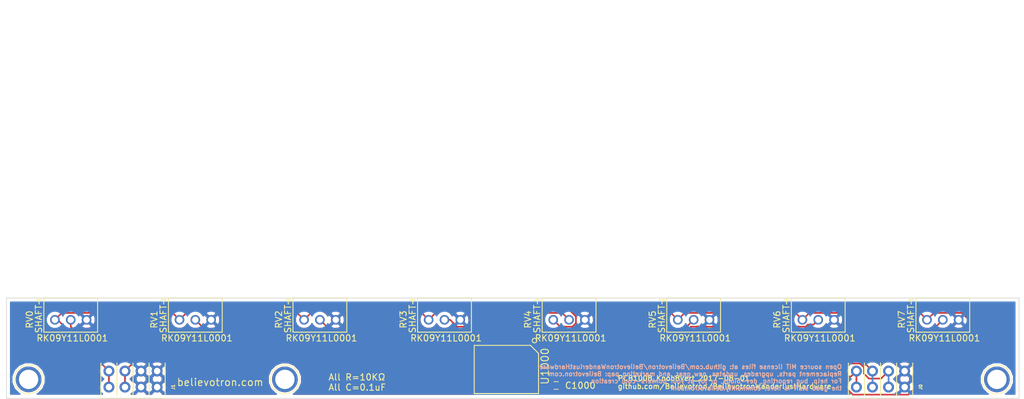
<source format=kicad_pcb>
(kicad_pcb (version 4) (host pcbnew 4.0.4-stable)

  (general
    (links 44)
    (no_connects 1)
    (area -1.016 -63.02 185.860001 1.075)
    (thickness 1.6)
    (drawings 18)
    (tracks 147)
    (zones 0)
    (modules 18)
    (nets 15)
  )

  (page A4)
  (layers
    (0 F.Cu signal)
    (31 B.Cu signal)
    (32 B.Adhes user)
    (33 F.Adhes user)
    (34 B.Paste user)
    (35 F.Paste user)
    (36 B.SilkS user)
    (37 F.SilkS user)
    (38 B.Mask user)
    (39 F.Mask user)
    (40 Dwgs.User user hide)
    (41 Cmts.User user hide)
    (42 Eco1.User user hide)
    (43 Eco2.User user hide)
    (44 Edge.Cuts user)
    (45 Margin user hide)
    (46 B.CrtYd user hide)
    (47 F.CrtYd user hide)
    (48 B.Fab user hide)
    (49 F.Fab user hide)
  )

  (setup
    (last_trace_width 0.25)
    (trace_clearance 0.2)
    (zone_clearance 0.508)
    (zone_45_only no)
    (trace_min 0.2)
    (segment_width 0.2)
    (edge_width 0.1)
    (via_size 0.6)
    (via_drill 0.4)
    (via_min_size 0.4)
    (via_min_drill 0.3)
    (uvia_size 0.3)
    (uvia_drill 0.1)
    (uvias_allowed no)
    (uvia_min_size 0.2)
    (uvia_min_drill 0.1)
    (pcb_text_width 0.3)
    (pcb_text_size 1.5 1.5)
    (mod_edge_width 0.15)
    (mod_text_size 1 1)
    (mod_text_width 0.15)
    (pad_size 1.7272 1.7272)
    (pad_drill 1.016)
    (pad_to_mask_clearance 0)
    (aux_axis_origin 0 0)
    (visible_elements 7FFEFFFF)
    (pcbplotparams
      (layerselection 0x010fc_80000001)
      (usegerberextensions false)
      (excludeedgelayer true)
      (linewidth 0.100000)
      (plotframeref false)
      (viasonmask false)
      (mode 1)
      (useauxorigin false)
      (hpglpennumber 1)
      (hpglpenspeed 20)
      (hpglpendiameter 15)
      (hpglpenoverlay 2)
      (psnegative false)
      (psa4output false)
      (plotreference true)
      (plotvalue true)
      (plotinvisibletext false)
      (padsonsilk false)
      (subtractmaskfromsilk false)
      (outputformat 1)
      (mirror false)
      (drillshape 0)
      (scaleselection 1)
      (outputdirectory Output/PCB1005_2017-07-17_Gerbers/))
  )

  (net 0 "")
  (net 1 GND)
  (net 2 +3V3)
  (net 3 /P0)
  (net 4 /P1)
  (net 5 /P2)
  (net 6 /P3)
  (net 7 /P4)
  (net 8 /P5)
  (net 9 /P6)
  (net 10 /P7)
  (net 11 /SPI_CLK)
  (net 12 /SPI_MISO)
  (net 13 /SPI_MOSI)
  (net 14 /CS_0_7)

  (net_class Default "This is the default net class."
    (clearance 0.2)
    (trace_width 0.25)
    (via_dia 0.6)
    (via_drill 0.4)
    (uvia_dia 0.3)
    (uvia_drill 0.1)
    (add_net +3V3)
    (add_net /CS_0_7)
    (add_net /P0)
    (add_net /P1)
    (add_net /P2)
    (add_net /P3)
    (add_net /P4)
    (add_net /P5)
    (add_net /P6)
    (add_net /P7)
    (add_net /SPI_CLK)
    (add_net /SPI_MISO)
    (add_net /SPI_MOSI)
    (add_net GND)
  )

  (module Connect:1pin (layer F.Cu) (tedit 58896CB2) (tstamp 596D379B)
    (at 156.5 -3)
    (descr "module 1 pin (ou trou mecanique de percage)")
    (tags DEV)
    (fp_text reference REF** (at 0 -3.048) (layer F.SilkS) hide
      (effects (font (size 1 1) (thickness 0.15)))
    )
    (fp_text value 1pin (at 0 3) (layer F.Fab)
      (effects (font (size 1 1) (thickness 0.15)))
    )
    (fp_circle (center 0 0) (end 2 0.8) (layer F.Fab) (width 0.1))
    (fp_circle (center 0 0) (end 2.6 0) (layer F.CrtYd) (width 0.05))
    (fp_circle (center 0 0) (end 0 -2.286) (layer F.SilkS) (width 0.12))
    (pad 1 thru_hole circle (at 0 0) (size 4.064 4.064) (drill 3.048) (layers *.Cu *.Mask))
  )

  (module Connect:1pin (layer F.Cu) (tedit 58896CB2) (tstamp 596D377B)
    (at 44 -3)
    (descr "module 1 pin (ou trou mecanique de percage)")
    (tags DEV)
    (fp_text reference REF** (at 0 -3.048) (layer F.SilkS) hide
      (effects (font (size 1 1) (thickness 0.15)))
    )
    (fp_text value 1pin (at 0 3) (layer F.Fab)
      (effects (font (size 1 1) (thickness 0.15)))
    )
    (fp_circle (center 0 0) (end 2 0.8) (layer F.Fab) (width 0.1))
    (fp_circle (center 0 0) (end 2.6 0) (layer F.CrtYd) (width 0.05))
    (fp_circle (center 0 0) (end 0 -2.286) (layer F.SilkS) (width 0.12))
    (pad 1 thru_hole circle (at 0 0) (size 4.064 4.064) (drill 3.048) (layers *.Cu *.Mask))
  )

  (module Connect:1pin (layer F.Cu) (tedit 58896CB2) (tstamp 596D375A)
    (at 3.5 -3)
    (descr "module 1 pin (ou trou mecanique de percage)")
    (tags DEV)
    (fp_text reference REF** (at 0 -3.048) (layer F.SilkS) hide
      (effects (font (size 1 1) (thickness 0.15)))
    )
    (fp_text value 1pin (at 0 3) (layer F.Fab)
      (effects (font (size 1 1) (thickness 0.15)))
    )
    (fp_circle (center 0 0) (end 2 0.8) (layer F.Fab) (width 0.1))
    (fp_circle (center 0 0) (end 2.6 0) (layer F.CrtYd) (width 0.05))
    (fp_circle (center 0 0) (end 0 -2.286) (layer F.SilkS) (width 0.12))
    (pad 1 thru_hole circle (at 0 0) (size 4.064 4.064) (drill 3.048) (layers *.Cu *.Mask))
  )

  (module Liberry:SOIC-16 (layer F.Cu) (tedit 582E0477) (tstamp 582E11C5)
    (at 78.994 -4.572 180)
    (path /582E69F5)
    (fp_text reference U1000 (at -6.096 0.508 270) (layer F.SilkS)
      (effects (font (size 1.2 1.2) (thickness 0.15)))
    )
    (fp_text value MCP3008T-I/SL (at 0 0 180) (layer F.Fab)
      (effects (font (size 1.2 1.2) (thickness 0.15)))
    )
    (fp_circle (center -4.445 4.572) (end -4.191 4.318) (layer F.SilkS) (width 0.15))
    (fp_line (start 5.08 3.81) (end 5.08 -3.81) (layer F.SilkS) (width 0.15))
    (fp_line (start -3.81 3.81) (end 5.08 3.81) (layer F.SilkS) (width 0.15))
    (fp_line (start -5.08 2.54) (end -3.81 3.81) (layer F.SilkS) (width 0.15))
    (fp_line (start -5.08 -3.81) (end -5.08 2.54) (layer F.SilkS) (width 0.15))
    (fp_line (start 5.08 -3.81) (end -5.08 -3.81) (layer F.SilkS) (width 0.15))
    (pad 16 smd rect (at -4.445 -2.6 180) (size 0.6 1.5) (layers F.Cu F.Paste F.Mask)
      (net 2 +3V3))
    (pad 1 smd rect (at -4.445 2.6 180) (size 0.6 1.5) (layers F.Cu F.Paste F.Mask)
      (net 10 /P7))
    (pad 15 smd rect (at -3.175 -2.6 180) (size 0.6 1.5) (layers F.Cu F.Paste F.Mask)
      (net 2 +3V3))
    (pad 2 smd rect (at -3.175 2.6 180) (size 0.6 1.5) (layers F.Cu F.Paste F.Mask)
      (net 9 /P6))
    (pad 14 smd rect (at -1.905 -2.6 180) (size 0.6 1.5) (layers F.Cu F.Paste F.Mask)
      (net 1 GND))
    (pad 3 smd rect (at -1.905 2.6 180) (size 0.6 1.5) (layers F.Cu F.Paste F.Mask)
      (net 8 /P5))
    (pad 13 smd rect (at -0.635 -2.6 180) (size 0.6 1.5) (layers F.Cu F.Paste F.Mask)
      (net 11 /SPI_CLK))
    (pad 4 smd rect (at -0.635 2.6 180) (size 0.6 1.5) (layers F.Cu F.Paste F.Mask)
      (net 7 /P4))
    (pad 12 smd rect (at 0.635 -2.6 180) (size 0.6 1.5) (layers F.Cu F.Paste F.Mask)
      (net 12 /SPI_MISO))
    (pad 5 smd rect (at 0.635 2.6 180) (size 0.6 1.5) (layers F.Cu F.Paste F.Mask)
      (net 6 /P3))
    (pad 11 smd rect (at 1.905 -2.6 180) (size 0.6 1.5) (layers F.Cu F.Paste F.Mask)
      (net 13 /SPI_MOSI))
    (pad 6 smd rect (at 1.905 2.6 180) (size 0.6 1.5) (layers F.Cu F.Paste F.Mask)
      (net 5 /P2))
    (pad 10 smd rect (at 3.175 -2.6 180) (size 0.6 1.5) (layers F.Cu F.Paste F.Mask)
      (net 14 /CS_0_7))
    (pad 7 smd rect (at 3.175 2.6 180) (size 0.6 1.5) (layers F.Cu F.Paste F.Mask)
      (net 4 /P1))
    (pad 9 smd rect (at 4.445 -2.6 180) (size 0.6 1.5) (layers F.Cu F.Paste F.Mask)
      (net 1 GND))
    (pad 8 smd rect (at 4.445 2.6 180) (size 0.6 1.5) (layers F.Cu F.Paste F.Mask)
      (net 3 /P0))
  )

  (module Fiducials:Fiducial_1mm_Dia_2.54mm_Outer_CopperTop (layer F.Cu) (tedit 58896B7C) (tstamp 58899026)
    (at 68.58 -7.62)
    (descr "Circular Fiducial, 1mm bare copper top; 2.54mm keepout")
    (tags marker)
    (attr virtual)
    (fp_text reference REF** (at 3.4 0.7) (layer F.SilkS) hide
      (effects (font (size 1 1) (thickness 0.15)))
    )
    (fp_text value Fiducial_1mm_Dia_2.54mm_Outer_CopperTop (at 0 -1.8) (layer F.Fab)
      (effects (font (size 1 1) (thickness 0.15)))
    )
    (fp_circle (center 0 0) (end 1.55 0) (layer F.CrtYd) (width 0.05))
    (pad ~ smd circle (at 0 0) (size 1 1) (layers F.Cu F.Mask)
      (solder_mask_margin 0.77) (clearance 0.77))
  )

  (module Fiducials:Fiducial_1mm_Dia_2.54mm_Outer_CopperBottom (layer B.Cu) (tedit 58896CF4) (tstamp 58899043)
    (at 91.44 -7.62)
    (descr "Circular Fiducial, 1mm bare copper bottom; 2.54mm keepout")
    (tags marker)
    (attr virtual)
    (fp_text reference REF** (at 3.4 -0.7) (layer B.SilkS) hide
      (effects (font (size 1 1) (thickness 0.15)) (justify mirror))
    )
    (fp_text value Fiducial_1mm_Dia_2.54mm_Outer_CopperBottom (at 0 1.8) (layer B.Fab)
      (effects (font (size 1 1) (thickness 0.15)) (justify mirror))
    )
    (fp_circle (center 0 0) (end 1.55 0) (layer F.CrtYd) (width 0.05))
    (pad ~ smd circle (at 0 0) (size 1 1) (layers F.Cu F.Mask)
      (solder_mask_margin 0.77) (clearance 0.77))
  )

  (module Fiducials:Fiducial_1mm_Dia_2.54mm_Outer_CopperBottom (layer B.Cu) (tedit 58896CF4) (tstamp 591E2A6C)
    (at 68.58 -2.54)
    (descr "Circular Fiducial, 1mm bare copper bottom; 2.54mm keepout")
    (tags marker)
    (attr virtual)
    (fp_text reference REF** (at 3.4 -0.7) (layer B.SilkS) hide
      (effects (font (size 1 1) (thickness 0.15)) (justify mirror))
    )
    (fp_text value Fiducial_1mm_Dia_2.54mm_Outer_CopperBottom (at 0 1.8) (layer B.Fab)
      (effects (font (size 1 1) (thickness 0.15)) (justify mirror))
    )
    (fp_circle (center 0 0) (end 1.55 0) (layer F.CrtYd) (width 0.05))
    (pad ~ smd circle (at 0 0) (size 1 1) (layers F.Cu F.Mask)
      (solder_mask_margin 0.77) (clearance 0.77))
  )

  (module Capacitors_SMD:C_0603 (layer F.Cu) (tedit 58AA844E) (tstamp 596D3871)
    (at 86.856 -2.032)
    (descr "Capacitor SMD 0603, reflow soldering, AVX (see smccp.pdf)")
    (tags "capacitor 0603")
    (path /582E3E9F)
    (attr smd)
    (fp_text reference C1000 (at 3.822 0 180) (layer F.SilkS)
      (effects (font (size 1 1) (thickness 0.15)))
    )
    (fp_text value 0.1u (at 0 1.5) (layer F.Fab)
      (effects (font (size 1 1) (thickness 0.15)))
    )
    (fp_text user %R (at 0 -1.5) (layer F.Fab)
      (effects (font (size 1 1) (thickness 0.15)))
    )
    (fp_line (start -0.8 0.4) (end -0.8 -0.4) (layer F.Fab) (width 0.1))
    (fp_line (start 0.8 0.4) (end -0.8 0.4) (layer F.Fab) (width 0.1))
    (fp_line (start 0.8 -0.4) (end 0.8 0.4) (layer F.Fab) (width 0.1))
    (fp_line (start -0.8 -0.4) (end 0.8 -0.4) (layer F.Fab) (width 0.1))
    (fp_line (start -0.35 -0.6) (end 0.35 -0.6) (layer F.SilkS) (width 0.12))
    (fp_line (start 0.35 0.6) (end -0.35 0.6) (layer F.SilkS) (width 0.12))
    (fp_line (start -1.4 -0.65) (end 1.4 -0.65) (layer F.CrtYd) (width 0.05))
    (fp_line (start -1.4 -0.65) (end -1.4 0.65) (layer F.CrtYd) (width 0.05))
    (fp_line (start 1.4 0.65) (end 1.4 -0.65) (layer F.CrtYd) (width 0.05))
    (fp_line (start 1.4 0.65) (end -1.4 0.65) (layer F.CrtYd) (width 0.05))
    (pad 1 smd rect (at -0.75 0) (size 0.8 0.75) (layers F.Cu F.Paste F.Mask)
      (net 2 +3V3))
    (pad 2 smd rect (at 0.75 0) (size 0.8 0.75) (layers F.Cu F.Paste F.Mask)
      (net 1 GND))
    (model Capacitors_SMD.3dshapes/C_0603.wrl
      (at (xyz 0 0 0))
      (scale (xyz 1 1 1))
      (rotate (xyz 0 0 0))
    )
  )

  (module Liberry:POT_ALPS_RK09Y11L0001 (layer F.Cu) (tedit 597A6CB3) (tstamp 582E1168)
    (at 88.9 -12.425)
    (path /582E6659)
    (fp_text reference RV4 (at -6.5 -0.05 90) (layer F.SilkS)
      (effects (font (size 1 1) (thickness 0.15)))
    )
    (fp_text value POT (at -0.05 4.5) (layer F.Fab)
      (effects (font (size 1 1) (thickness 0.15)))
    )
    (fp_line (start -5 -3.45) (end -4.5 -3) (layer F.SilkS) (width 0.15))
    (fp_line (start -5 -3.45) (end -5.5 -3) (layer F.SilkS) (width 0.15))
    (fp_line (start -5 -2.5) (end -5 -3.45) (layer F.SilkS) (width 0.15))
    (fp_text user SHAFT (at -5.05 -0.15 90) (layer F.SilkS)
      (effects (font (size 1 1) (thickness 0.15)))
    )
    (fp_line (start -4.25 -3.45) (end -4.25 1.95) (layer F.SilkS) (width 0.15))
    (fp_line (start 4.25 1.95) (end -4.25 1.95) (layer F.SilkS) (width 0.15))
    (fp_line (start 4.25 -3.45) (end 4.25 1.95) (layer F.SilkS) (width 0.15))
    (fp_line (start -4.25 -3.45) (end 4.25 -3.45) (layer F.SilkS) (width 0.15))
    (fp_text user RK09Y11L0001 (at 0.25 2.9) (layer F.SilkS)
      (effects (font (size 1 1) (thickness 0.15)))
    )
    (pad 2 thru_hole circle (at 0 0) (size 1.524 1.524) (drill 1) (layers *.Cu *.Mask)
      (net 7 /P4))
    (pad 3 thru_hole circle (at 2.5 0) (size 1.524 1.524) (drill 1) (layers *.Cu *.Mask)
      (net 1 GND))
    (pad 1 thru_hole circle (at -2.5 0) (size 1.524 1.524) (drill 1) (layers *.Cu *.Mask)
      (net 2 +3V3))
    (model ../../../../../../Users/danie/Documents/WIP/Believotron/Believotron-Github/BelievotronWanderlustHardware/Liberry.pretty/3D_Files/RK09Y11L0001.wrl
      (at (xyz 0 0.07000000000000001 0.255906))
      (scale (xyz 0.4 0.4 0.4))
      (rotate (xyz -90 0 180))
    )
  )

  (module Liberry:POT_ALPS_RK09Y11L0001 (layer F.Cu) (tedit 597A6CB3) (tstamp 582E11A1)
    (at 147.955 -12.425)
    (path /582E66A1)
    (fp_text reference RV7 (at -6.5 -0.05 90) (layer F.SilkS)
      (effects (font (size 1 1) (thickness 0.15)))
    )
    (fp_text value POT (at -0.05 4.5) (layer F.Fab)
      (effects (font (size 1 1) (thickness 0.15)))
    )
    (fp_line (start -5 -3.45) (end -4.5 -3) (layer F.SilkS) (width 0.15))
    (fp_line (start -5 -3.45) (end -5.5 -3) (layer F.SilkS) (width 0.15))
    (fp_line (start -5 -2.5) (end -5 -3.45) (layer F.SilkS) (width 0.15))
    (fp_text user SHAFT (at -5.05 -0.15 90) (layer F.SilkS)
      (effects (font (size 1 1) (thickness 0.15)))
    )
    (fp_line (start -4.25 -3.45) (end -4.25 1.95) (layer F.SilkS) (width 0.15))
    (fp_line (start 4.25 1.95) (end -4.25 1.95) (layer F.SilkS) (width 0.15))
    (fp_line (start 4.25 -3.45) (end 4.25 1.95) (layer F.SilkS) (width 0.15))
    (fp_line (start -4.25 -3.45) (end 4.25 -3.45) (layer F.SilkS) (width 0.15))
    (fp_text user RK09Y11L0001 (at 0.25 2.9) (layer F.SilkS)
      (effects (font (size 1 1) (thickness 0.15)))
    )
    (pad 2 thru_hole circle (at 0 0) (size 1.524 1.524) (drill 1) (layers *.Cu *.Mask)
      (net 10 /P7))
    (pad 3 thru_hole circle (at 2.5 0) (size 1.524 1.524) (drill 1) (layers *.Cu *.Mask)
      (net 1 GND))
    (pad 1 thru_hole circle (at -2.5 0) (size 1.524 1.524) (drill 1) (layers *.Cu *.Mask)
      (net 2 +3V3))
    (model ../../../../../../Users/danie/Documents/WIP/Believotron/Believotron-Github/BelievotronWanderlustHardware/Liberry.pretty/3D_Files/RK09Y11L0001.wrl
      (at (xyz 0 0.07000000000000001 0.255906))
      (scale (xyz 0.4 0.4 0.4))
      (rotate (xyz -90 0 180))
    )
  )

  (module Liberry:POT_ALPS_RK09Y11L0001 (layer F.Cu) (tedit 597A6CB3) (tstamp 582E111C)
    (at 10.16 -12.425)
    (path /582E5E9A)
    (fp_text reference RV0 (at -6.5 -0.05 90) (layer F.SilkS)
      (effects (font (size 1 1) (thickness 0.15)))
    )
    (fp_text value POT (at -0.05 4.5) (layer F.Fab)
      (effects (font (size 1 1) (thickness 0.15)))
    )
    (fp_line (start -5 -3.45) (end -4.5 -3) (layer F.SilkS) (width 0.15))
    (fp_line (start -5 -3.45) (end -5.5 -3) (layer F.SilkS) (width 0.15))
    (fp_line (start -5 -2.5) (end -5 -3.45) (layer F.SilkS) (width 0.15))
    (fp_text user SHAFT (at -5.05 -0.15 90) (layer F.SilkS)
      (effects (font (size 1 1) (thickness 0.15)))
    )
    (fp_line (start -4.25 -3.45) (end -4.25 1.95) (layer F.SilkS) (width 0.15))
    (fp_line (start 4.25 1.95) (end -4.25 1.95) (layer F.SilkS) (width 0.15))
    (fp_line (start 4.25 -3.45) (end 4.25 1.95) (layer F.SilkS) (width 0.15))
    (fp_line (start -4.25 -3.45) (end 4.25 -3.45) (layer F.SilkS) (width 0.15))
    (fp_text user RK09Y11L0001 (at 0.25 2.9) (layer F.SilkS)
      (effects (font (size 1 1) (thickness 0.15)))
    )
    (pad 2 thru_hole circle (at 0 0) (size 1.524 1.524) (drill 1) (layers *.Cu *.Mask)
      (net 3 /P0))
    (pad 3 thru_hole circle (at 2.5 0) (size 1.524 1.524) (drill 1) (layers *.Cu *.Mask)
      (net 1 GND))
    (pad 1 thru_hole circle (at -2.5 0) (size 1.524 1.524) (drill 1) (layers *.Cu *.Mask)
      (net 2 +3V3))
    (model ../../../../../../Users/danie/Documents/WIP/Believotron/Believotron-Github/BelievotronWanderlustHardware/Liberry.pretty/3D_Files/RK09Y11L0001.wrl
      (at (xyz 0 0.07000000000000001 0.255906))
      (scale (xyz 0.4 0.4 0.4))
      (rotate (xyz -90 0 180))
    )
  )

  (module Liberry:POT_ALPS_RK09Y11L0001 (layer F.Cu) (tedit 597A6CB3) (tstamp 582E1155)
    (at 69.215 -12.425)
    (path /582E633F)
    (fp_text reference RV3 (at -6.5 -0.05 90) (layer F.SilkS)
      (effects (font (size 1 1) (thickness 0.15)))
    )
    (fp_text value POT (at -0.05 4.5) (layer F.Fab)
      (effects (font (size 1 1) (thickness 0.15)))
    )
    (fp_line (start -5 -3.45) (end -4.5 -3) (layer F.SilkS) (width 0.15))
    (fp_line (start -5 -3.45) (end -5.5 -3) (layer F.SilkS) (width 0.15))
    (fp_line (start -5 -2.5) (end -5 -3.45) (layer F.SilkS) (width 0.15))
    (fp_text user SHAFT (at -5.05 -0.15 90) (layer F.SilkS)
      (effects (font (size 1 1) (thickness 0.15)))
    )
    (fp_line (start -4.25 -3.45) (end -4.25 1.95) (layer F.SilkS) (width 0.15))
    (fp_line (start 4.25 1.95) (end -4.25 1.95) (layer F.SilkS) (width 0.15))
    (fp_line (start 4.25 -3.45) (end 4.25 1.95) (layer F.SilkS) (width 0.15))
    (fp_line (start -4.25 -3.45) (end 4.25 -3.45) (layer F.SilkS) (width 0.15))
    (fp_text user RK09Y11L0001 (at 0.25 2.9) (layer F.SilkS)
      (effects (font (size 1 1) (thickness 0.15)))
    )
    (pad 2 thru_hole circle (at 0 0) (size 1.524 1.524) (drill 1) (layers *.Cu *.Mask)
      (net 6 /P3))
    (pad 3 thru_hole circle (at 2.5 0) (size 1.524 1.524) (drill 1) (layers *.Cu *.Mask)
      (net 1 GND))
    (pad 1 thru_hole circle (at -2.5 0) (size 1.524 1.524) (drill 1) (layers *.Cu *.Mask)
      (net 2 +3V3))
    (model ../../../../../../Users/danie/Documents/WIP/Believotron/Believotron-Github/BelievotronWanderlustHardware/Liberry.pretty/3D_Files/RK09Y11L0001.wrl
      (at (xyz 0 0.07000000000000001 0.255906))
      (scale (xyz 0.4 0.4 0.4))
      (rotate (xyz -90 0 180))
    )
  )

  (module Liberry:POT_ALPS_RK09Y11L0001 (layer F.Cu) (tedit 597A6CB3) (tstamp 582E118E)
    (at 128.27 -12.425)
    (path /582E6689)
    (fp_text reference RV6 (at -6.5 -0.05 90) (layer F.SilkS)
      (effects (font (size 1 1) (thickness 0.15)))
    )
    (fp_text value POT (at -0.05 4.5) (layer F.Fab)
      (effects (font (size 1 1) (thickness 0.15)))
    )
    (fp_line (start -5 -3.45) (end -4.5 -3) (layer F.SilkS) (width 0.15))
    (fp_line (start -5 -3.45) (end -5.5 -3) (layer F.SilkS) (width 0.15))
    (fp_line (start -5 -2.5) (end -5 -3.45) (layer F.SilkS) (width 0.15))
    (fp_text user SHAFT (at -5.05 -0.15 90) (layer F.SilkS)
      (effects (font (size 1 1) (thickness 0.15)))
    )
    (fp_line (start -4.25 -3.45) (end -4.25 1.95) (layer F.SilkS) (width 0.15))
    (fp_line (start 4.25 1.95) (end -4.25 1.95) (layer F.SilkS) (width 0.15))
    (fp_line (start 4.25 -3.45) (end 4.25 1.95) (layer F.SilkS) (width 0.15))
    (fp_line (start -4.25 -3.45) (end 4.25 -3.45) (layer F.SilkS) (width 0.15))
    (fp_text user RK09Y11L0001 (at 0.25 2.9) (layer F.SilkS)
      (effects (font (size 1 1) (thickness 0.15)))
    )
    (pad 2 thru_hole circle (at 0 0) (size 1.524 1.524) (drill 1) (layers *.Cu *.Mask)
      (net 9 /P6))
    (pad 3 thru_hole circle (at 2.5 0) (size 1.524 1.524) (drill 1) (layers *.Cu *.Mask)
      (net 1 GND))
    (pad 1 thru_hole circle (at -2.5 0) (size 1.524 1.524) (drill 1) (layers *.Cu *.Mask)
      (net 2 +3V3))
    (model ../../../../../../Users/danie/Documents/WIP/Believotron/Believotron-Github/BelievotronWanderlustHardware/Liberry.pretty/3D_Files/RK09Y11L0001.wrl
      (at (xyz 0 0.07000000000000001 0.255906))
      (scale (xyz 0.4 0.4 0.4))
      (rotate (xyz -90 0 180))
    )
  )

  (module Liberry:POT_ALPS_RK09Y11L0001 (layer F.Cu) (tedit 597A6CB3) (tstamp 582E112F)
    (at 29.845 -12.425)
    (path /582E62D2)
    (fp_text reference RV1 (at -6.5 -0.05 90) (layer F.SilkS)
      (effects (font (size 1 1) (thickness 0.15)))
    )
    (fp_text value POT (at -0.05 4.5) (layer F.Fab)
      (effects (font (size 1 1) (thickness 0.15)))
    )
    (fp_line (start -5 -3.45) (end -4.5 -3) (layer F.SilkS) (width 0.15))
    (fp_line (start -5 -3.45) (end -5.5 -3) (layer F.SilkS) (width 0.15))
    (fp_line (start -5 -2.5) (end -5 -3.45) (layer F.SilkS) (width 0.15))
    (fp_text user SHAFT (at -5.05 -0.15 90) (layer F.SilkS)
      (effects (font (size 1 1) (thickness 0.15)))
    )
    (fp_line (start -4.25 -3.45) (end -4.25 1.95) (layer F.SilkS) (width 0.15))
    (fp_line (start 4.25 1.95) (end -4.25 1.95) (layer F.SilkS) (width 0.15))
    (fp_line (start 4.25 -3.45) (end 4.25 1.95) (layer F.SilkS) (width 0.15))
    (fp_line (start -4.25 -3.45) (end 4.25 -3.45) (layer F.SilkS) (width 0.15))
    (fp_text user RK09Y11L0001 (at 0.25 2.9) (layer F.SilkS)
      (effects (font (size 1 1) (thickness 0.15)))
    )
    (pad 2 thru_hole circle (at 0 0) (size 1.524 1.524) (drill 1) (layers *.Cu *.Mask)
      (net 4 /P1))
    (pad 3 thru_hole circle (at 2.5 0) (size 1.524 1.524) (drill 1) (layers *.Cu *.Mask)
      (net 1 GND))
    (pad 1 thru_hole circle (at -2.5 0) (size 1.524 1.524) (drill 1) (layers *.Cu *.Mask)
      (net 2 +3V3))
    (model ../../../../../../Users/danie/Documents/WIP/Believotron/Believotron-Github/BelievotronWanderlustHardware/Liberry.pretty/3D_Files/RK09Y11L0001.wrl
      (at (xyz 0 0.07000000000000001 0.255906))
      (scale (xyz 0.4 0.4 0.4))
      (rotate (xyz -90 0 180))
    )
  )

  (module Liberry:POT_ALPS_RK09Y11L0001 (layer F.Cu) (tedit 597A6CB3) (tstamp 582E1142)
    (at 49.53 -12.425)
    (path /582E6327)
    (fp_text reference RV2 (at -6.5 -0.05 90) (layer F.SilkS)
      (effects (font (size 1 1) (thickness 0.15)))
    )
    (fp_text value POT (at -0.05 4.5) (layer F.Fab)
      (effects (font (size 1 1) (thickness 0.15)))
    )
    (fp_line (start -5 -3.45) (end -4.5 -3) (layer F.SilkS) (width 0.15))
    (fp_line (start -5 -3.45) (end -5.5 -3) (layer F.SilkS) (width 0.15))
    (fp_line (start -5 -2.5) (end -5 -3.45) (layer F.SilkS) (width 0.15))
    (fp_text user SHAFT (at -5.05 -0.15 90) (layer F.SilkS)
      (effects (font (size 1 1) (thickness 0.15)))
    )
    (fp_line (start -4.25 -3.45) (end -4.25 1.95) (layer F.SilkS) (width 0.15))
    (fp_line (start 4.25 1.95) (end -4.25 1.95) (layer F.SilkS) (width 0.15))
    (fp_line (start 4.25 -3.45) (end 4.25 1.95) (layer F.SilkS) (width 0.15))
    (fp_line (start -4.25 -3.45) (end 4.25 -3.45) (layer F.SilkS) (width 0.15))
    (fp_text user RK09Y11L0001 (at 0.25 2.9) (layer F.SilkS)
      (effects (font (size 1 1) (thickness 0.15)))
    )
    (pad 2 thru_hole circle (at 0 0) (size 1.524 1.524) (drill 1) (layers *.Cu *.Mask)
      (net 5 /P2))
    (pad 3 thru_hole circle (at 2.5 0) (size 1.524 1.524) (drill 1) (layers *.Cu *.Mask)
      (net 1 GND))
    (pad 1 thru_hole circle (at -2.5 0) (size 1.524 1.524) (drill 1) (layers *.Cu *.Mask)
      (net 2 +3V3))
    (model ../../../../../../Users/danie/Documents/WIP/Believotron/Believotron-Github/BelievotronWanderlustHardware/Liberry.pretty/3D_Files/RK09Y11L0001.wrl
      (at (xyz 0 0.07000000000000001 0.255906))
      (scale (xyz 0.4 0.4 0.4))
      (rotate (xyz -90 0 180))
    )
  )

  (module Liberry:POT_ALPS_RK09Y11L0001 (layer F.Cu) (tedit 597A6CB3) (tstamp 582E117B)
    (at 108.585 -12.425)
    (path /582E6671)
    (fp_text reference RV5 (at -6.5 -0.05 90) (layer F.SilkS)
      (effects (font (size 1 1) (thickness 0.15)))
    )
    (fp_text value POT (at -0.05 4.5) (layer F.Fab)
      (effects (font (size 1 1) (thickness 0.15)))
    )
    (fp_line (start -5 -3.45) (end -4.5 -3) (layer F.SilkS) (width 0.15))
    (fp_line (start -5 -3.45) (end -5.5 -3) (layer F.SilkS) (width 0.15))
    (fp_line (start -5 -2.5) (end -5 -3.45) (layer F.SilkS) (width 0.15))
    (fp_text user SHAFT (at -5.05 -0.15 90) (layer F.SilkS)
      (effects (font (size 1 1) (thickness 0.15)))
    )
    (fp_line (start -4.25 -3.45) (end -4.25 1.95) (layer F.SilkS) (width 0.15))
    (fp_line (start 4.25 1.95) (end -4.25 1.95) (layer F.SilkS) (width 0.15))
    (fp_line (start 4.25 -3.45) (end 4.25 1.95) (layer F.SilkS) (width 0.15))
    (fp_line (start -4.25 -3.45) (end 4.25 -3.45) (layer F.SilkS) (width 0.15))
    (fp_text user RK09Y11L0001 (at 0.25 2.9) (layer F.SilkS)
      (effects (font (size 1 1) (thickness 0.15)))
    )
    (pad 2 thru_hole circle (at 0 0) (size 1.524 1.524) (drill 1) (layers *.Cu *.Mask)
      (net 8 /P5))
    (pad 3 thru_hole circle (at 2.5 0) (size 1.524 1.524) (drill 1) (layers *.Cu *.Mask)
      (net 1 GND))
    (pad 1 thru_hole circle (at -2.5 0) (size 1.524 1.524) (drill 1) (layers *.Cu *.Mask)
      (net 2 +3V3))
    (model ../../../../../../Users/danie/Documents/WIP/Believotron/Believotron-Github/BelievotronWanderlustHardware/Liberry.pretty/3D_Files/RK09Y11L0001.wrl
      (at (xyz 0 0.07000000000000001 0.255906))
      (scale (xyz 0.4 0.4 0.4))
      (rotate (xyz -90 0 180))
    )
  )

  (module Liberry:CON_0.1x4_SAMTEC_TSW-104-08-L-S-RA (layer F.Cu) (tedit 597BB759) (tstamp 597BBBFE)
    (at 134.3025 -1.78)
    (descr "10 pins through hole IDC header")
    (tags "IDC header socket VASCH")
    (path /597BBDCE)
    (fp_text reference J0 (at 10.16 0 270) (layer F.SilkS)
      (effects (font (size 0.5 0.5) (thickness 0.125)))
    )
    (fp_text value CON_1x4 (at 0 -5.08) (layer F.Fab)
      (effects (font (size 1 1) (thickness 0.15)))
    )
    (fp_line (start -1.27 1.78) (end 8.89 1.78) (layer F.SilkS) (width 0.15))
    (fp_line (start -1.27 -3.81) (end -1.27 1.27) (layer F.SilkS) (width 0.15))
    (fp_line (start 1.27 -3.81) (end 1.27 1.27) (layer F.SilkS) (width 0.15))
    (fp_line (start 3.81 -3.81) (end 3.81 1.27) (layer F.SilkS) (width 0.15))
    (fp_line (start 6.35 -3.81) (end 6.35 1.27) (layer F.SilkS) (width 0.15))
    (fp_line (start 8.89 -3.81) (end 8.89 1.27) (layer F.SilkS) (width 0.15))
    (pad 1 thru_hole circle (at 0 -2.54 270) (size 1.7272 1.7272) (drill 1.016) (layers *.Cu *.Mask)
      (net 11 /SPI_CLK))
    (pad 1 thru_hole circle (at 0 0 270) (size 1.7272 1.7272) (drill 1.016) (layers *.Cu *.Mask)
      (net 11 /SPI_CLK))
    (pad 2 thru_hole circle (at 2.54 -2.54 270) (size 1.7272 1.7272) (drill 1.016) (layers *.Cu *.Mask)
      (net 13 /SPI_MOSI))
    (pad 2 thru_hole circle (at 2.54 0 270) (size 1.7272 1.7272) (drill 1.016) (layers *.Cu *.Mask)
      (net 13 /SPI_MOSI))
    (pad 3 thru_hole circle (at 5.08 0 270) (size 1.7272 1.7272) (drill 1.016) (layers *.Cu *.Mask)
      (net 12 /SPI_MISO))
    (pad 4 thru_hole circle (at 7.62 0 270) (size 1.7272 1.7272) (drill 1.016) (layers *.Cu *.Mask)
      (net 1 GND))
    (pad 3 thru_hole circle (at 5.08 -2.54 270) (size 1.7272 1.7272) (drill 1.016) (layers *.Cu *.Mask)
      (net 12 /SPI_MISO))
    (pad 4 thru_hole circle (at 7.62 -2.54 270) (size 1.7272 1.7272) (drill 1.016) (layers *.Cu *.Mask)
      (net 1 GND))
    (model ../../../../../../Users/danie/Documents/WIP/Believotron/Believotron-Github/BelievotronWanderlustHardware/Liberry.pretty/3D_Files/TSW-104-08-L-S-RA.wrl
      (at (xyz 0.15 0 0.097))
      (scale (xyz 0.4 0.4 0.4))
      (rotate (xyz 90 0 180))
    )
  )

  (module Liberry:CON_0.1x4_SAMTEC_TSW-104-08-L-S-RA (layer F.Cu) (tedit 597BB759) (tstamp 597BBC10)
    (at 16.1925 -1.78)
    (descr "10 pins through hole IDC header")
    (tags "IDC header socket VASCH")
    (path /597BC60B)
    (fp_text reference J1 (at 10.16 0 270) (layer F.SilkS)
      (effects (font (size 0.5 0.5) (thickness 0.125)))
    )
    (fp_text value CON_1x4 (at 0 -5.08) (layer F.Fab)
      (effects (font (size 1 1) (thickness 0.15)))
    )
    (fp_line (start -1.27 1.78) (end 8.89 1.78) (layer F.SilkS) (width 0.15))
    (fp_line (start -1.27 -3.81) (end -1.27 1.27) (layer F.SilkS) (width 0.15))
    (fp_line (start 1.27 -3.81) (end 1.27 1.27) (layer F.SilkS) (width 0.15))
    (fp_line (start 3.81 -3.81) (end 3.81 1.27) (layer F.SilkS) (width 0.15))
    (fp_line (start 6.35 -3.81) (end 6.35 1.27) (layer F.SilkS) (width 0.15))
    (fp_line (start 8.89 -3.81) (end 8.89 1.27) (layer F.SilkS) (width 0.15))
    (pad 1 thru_hole circle (at 0 -2.54 270) (size 1.7272 1.7272) (drill 1.016) (layers *.Cu *.Mask)
      (net 2 +3V3))
    (pad 1 thru_hole circle (at 0 0 270) (size 1.7272 1.7272) (drill 1.016) (layers *.Cu *.Mask)
      (net 2 +3V3))
    (pad 2 thru_hole circle (at 2.54 -2.54 270) (size 1.7272 1.7272) (drill 1.016) (layers *.Cu *.Mask)
      (net 14 /CS_0_7))
    (pad 2 thru_hole circle (at 2.54 0 270) (size 1.7272 1.7272) (drill 1.016) (layers *.Cu *.Mask)
      (net 14 /CS_0_7))
    (pad 3 thru_hole circle (at 5.08 0 270) (size 1.7272 1.7272) (drill 1.016) (layers *.Cu *.Mask)
      (net 1 GND))
    (pad 4 thru_hole circle (at 7.62 0 270) (size 1.7272 1.7272) (drill 1.016) (layers *.Cu *.Mask)
      (net 1 GND))
    (pad 3 thru_hole circle (at 5.08 -2.54 270) (size 1.7272 1.7272) (drill 1.016) (layers *.Cu *.Mask)
      (net 1 GND))
    (pad 4 thru_hole circle (at 7.62 -2.54 270) (size 1.7272 1.7272) (drill 1.016) (layers *.Cu *.Mask)
      (net 1 GND))
    (model ../../../../../../Users/danie/Documents/WIP/Believotron/Believotron-Github/BelievotronWanderlustHardware/Liberry.pretty/3D_Files/TSW-104-08-L-S-RA.wrl
      (at (xyz 0.15 0 0.097))
      (scale (xyz 0.4 0.4 0.4))
      (rotate (xyz 90 0 180))
    )
  )

  (gr_text "All R=10KΩ\nAll C=0.1uF" (at 50.8 -2.54) (layer F.SilkS) (tstamp 593850A5)
    (effects (font (size 1 1) (thickness 0.15)) (justify left))
  )
  (gr_text "Open source MIT license files at: github.com/Believotron/BelievotronWanderlustHardware\nReplacement parts, upgrades, updates, new gear, and marketing pap: Believotron.com\nFor help, bug reporting, dev-blogs, or joy at your bonkers-cool creation, \nthe good stuff is here: community.believotron.com\n" (at 132.08 -3.302) (layer B.SilkS) (tstamp 58DE8AEA)
    (effects (font (size 0.7 0.7) (thickness 0.15)) (justify left mirror))
  )
  (gr_text believotron.com (at 33.782 -2.54) (layer F.SilkS) (tstamp 588158CF)
    (effects (font (size 1.15 1.15) (thickness 0.15)))
  )
  (gr_text "PCB1008_Knob8Vert_2017-08-01 \ngithub.com/Believotron/BelievotronWanderlustHardware\n" (at 96.52 -2.54) (layer F.SilkS)
    (effects (font (size 0.8 0.8) (thickness 0.15)) (justify left))
  )
  (gr_line (start 185.76 -32.1253) (end 25.76 -32.1253) (layer Dwgs.User) (width 0.2))
  (gr_line (start 25.76 -0.0001) (end 25.76 -32.1253) (layer Dwgs.User) (width 0.2))
  (gr_line (start 45.76 -32.1253) (end 45.76 -0.0001) (layer Dwgs.User) (width 0.2))
  (gr_line (start 65.76 -32.1253) (end 65.76 -0.0001) (layer Dwgs.User) (width 0.2))
  (gr_line (start 85.76 -0.0001) (end 85.76 -32.1253) (layer Dwgs.User) (width 0.2))
  (gr_line (start 105.76 -32.1253) (end 105.76 -0.0001) (layer Dwgs.User) (width 0.2))
  (gr_line (start 125.76 -0.0001) (end 125.76 -32.1253) (layer Dwgs.User) (width 0.2))
  (gr_line (start 145.76 -0.0001) (end 145.76 -32.1253) (layer Dwgs.User) (width 0.2))
  (gr_line (start 165.76 -0.0001) (end 165.76 -32.1253) (layer Dwgs.User) (width 0.2))
  (gr_line (start 185.76 -32.25) (end 185.76 0) (layer Dwgs.User) (width 0.2))
  (gr_line (start 160 0) (end 160 -15.875) (layer Edge.Cuts) (width 0.1))
  (gr_line (start 0 -15.875) (end 160 -15.875) (layer Edge.Cuts) (width 0.1))
  (gr_line (start 0 0) (end 0 -15.875) (layer Edge.Cuts) (width 0.1))
  (gr_line (start 0 0) (end 160 0) (layer Edge.Cuts) (width 0.1))

  (segment (start 86.311 -0.762) (end 81.659 -0.762) (width 0.25) (layer F.Cu) (net 1))
  (segment (start 81.659 -0.762) (end 80.899 -1.522) (width 0.25) (layer F.Cu) (net 1))
  (segment (start 80.899 -1.522) (end 80.899 -1.972) (width 0.25) (layer F.Cu) (net 1))
  (segment (start 87.606 -2.032) (end 87.581 -2.032) (width 0.25) (layer F.Cu) (net 1))
  (segment (start 87.581 -2.032) (end 86.311 -0.762) (width 0.25) (layer F.Cu) (net 1))
  (segment (start 74.549 -1.143) (end 74.549 -1.972) (width 0.25) (layer F.Cu) (net 1))
  (segment (start 80.899 -1.522) (end 80.139 -0.762) (width 0.25) (layer F.Cu) (net 1))
  (segment (start 80.139 -0.762) (end 74.93 -0.762) (width 0.25) (layer F.Cu) (net 1))
  (segment (start 74.93 -0.762) (end 74.549 -1.143) (width 0.25) (layer F.Cu) (net 1))
  (segment (start 152.4 -10.49837) (end 152.4 -12.088762) (width 0.25) (layer F.Cu) (net 2))
  (segment (start 152.4 -12.088762) (end 150.976761 -13.512001) (width 0.25) (layer F.Cu) (net 2))
  (segment (start 150.976761 -13.512001) (end 146.542001 -13.512001) (width 0.25) (layer F.Cu) (net 2))
  (segment (start 146.542001 -13.512001) (end 146.216999 -13.186999) (width 0.25) (layer F.Cu) (net 2))
  (segment (start 146.216999 -13.186999) (end 145.455 -12.425) (width 0.25) (layer F.Cu) (net 2))
  (segment (start 86.106 -2.032) (end 86.106 -2.657) (width 0.25) (layer F.Cu) (net 2))
  (segment (start 86.106 -2.657) (end 86.181001 -2.732001) (width 0.25) (layer F.Cu) (net 2))
  (segment (start 86.181001 -2.732001) (end 131.591369 -2.732001) (width 0.25) (layer F.Cu) (net 2))
  (segment (start 131.591369 -2.732001) (end 133.731971 -0.591399) (width 0.25) (layer F.Cu) (net 2))
  (segment (start 133.731971 -0.591399) (end 142.493029 -0.591399) (width 0.25) (layer F.Cu) (net 2))
  (segment (start 142.493029 -0.591399) (end 152.4 -10.49837) (width 0.25) (layer F.Cu) (net 2))
  (segment (start 16.1925 -4.32) (end 16.1925 -3.098686) (width 0.25) (layer F.Cu) (net 2))
  (segment (start 16.1925 -3.098686) (end 16.1925 -1.78) (width 0.25) (layer F.Cu) (net 2))
  (segment (start 125.77 -12.425) (end 126.857001 -13.512001) (width 0.25) (layer F.Cu) (net 2))
  (segment (start 126.857001 -13.512001) (end 144.367999 -13.512001) (width 0.25) (layer F.Cu) (net 2))
  (segment (start 144.367999 -13.512001) (end 144.693001 -13.186999) (width 0.25) (layer F.Cu) (net 2))
  (segment (start 144.693001 -13.186999) (end 145.455 -12.425) (width 0.25) (layer F.Cu) (net 2))
  (segment (start 106.085 -12.425) (end 107.172001 -13.512001) (width 0.25) (layer F.Cu) (net 2))
  (segment (start 107.172001 -13.512001) (end 124.682999 -13.512001) (width 0.25) (layer F.Cu) (net 2))
  (segment (start 124.682999 -13.512001) (end 125.008001 -13.186999) (width 0.25) (layer F.Cu) (net 2))
  (segment (start 125.008001 -13.186999) (end 125.77 -12.425) (width 0.25) (layer F.Cu) (net 2))
  (segment (start 106.085 -12.425) (end 104.286 -14.224) (width 0.25) (layer F.Cu) (net 2))
  (segment (start 104.286 -14.224) (end 88.709762 -14.224) (width 0.25) (layer F.Cu) (net 2))
  (segment (start 66.715 -12.425) (end 68.514 -14.224) (width 0.25) (layer F.Cu) (net 2))
  (segment (start 68.514 -14.224) (end 88.709762 -14.224) (width 0.25) (layer F.Cu) (net 2))
  (segment (start 88.709762 -14.224) (end 89.987001 -12.946761) (width 0.25) (layer F.Cu) (net 2))
  (segment (start 89.421761 -11.337999) (end 87.487001 -11.337999) (width 0.25) (layer F.Cu) (net 2))
  (segment (start 89.987001 -12.946761) (end 89.987001 -11.903239) (width 0.25) (layer F.Cu) (net 2))
  (segment (start 89.987001 -11.903239) (end 89.421761 -11.337999) (width 0.25) (layer F.Cu) (net 2))
  (segment (start 87.487001 -11.337999) (end 87.161999 -11.663001) (width 0.25) (layer F.Cu) (net 2))
  (segment (start 87.161999 -11.663001) (end 86.4 -12.425) (width 0.25) (layer F.Cu) (net 2))
  (segment (start 27.345 -12.425) (end 29.144 -14.224) (width 0.25) (layer F.Cu) (net 2))
  (segment (start 29.144 -14.224) (end 45.231 -14.224) (width 0.25) (layer F.Cu) (net 2))
  (segment (start 45.231 -14.224) (end 46.268001 -13.186999) (width 0.25) (layer F.Cu) (net 2))
  (segment (start 46.268001 -13.186999) (end 47.03 -12.425) (width 0.25) (layer F.Cu) (net 2))
  (segment (start 47.03 -12.425) (end 49.083 -14.478) (width 0.25) (layer F.Cu) (net 2))
  (segment (start 49.083 -14.478) (end 64.662 -14.478) (width 0.25) (layer F.Cu) (net 2))
  (segment (start 64.662 -14.478) (end 65.953001 -13.186999) (width 0.25) (layer F.Cu) (net 2))
  (segment (start 65.953001 -13.186999) (end 66.715 -12.425) (width 0.25) (layer F.Cu) (net 2))
  (segment (start 7.66 -12.425) (end 8.747001 -13.512001) (width 0.25) (layer F.Cu) (net 2))
  (segment (start 8.747001 -13.512001) (end 26.257999 -13.512001) (width 0.25) (layer F.Cu) (net 2))
  (segment (start 26.257999 -13.512001) (end 26.583001 -13.186999) (width 0.25) (layer F.Cu) (net 2))
  (segment (start 26.583001 -13.186999) (end 27.345 -12.425) (width 0.25) (layer F.Cu) (net 2))
  (segment (start 16.1925 -4.32) (end 8.0875 -12.425) (width 0.25) (layer F.Cu) (net 2))
  (segment (start 8.0875 -12.425) (end 7.66 -12.425) (width 0.25) (layer F.Cu) (net 2))
  (segment (start 83.439 -1.972) (end 82.169 -1.972) (width 0.25) (layer F.Cu) (net 2))
  (segment (start 86.106 -2.032) (end 83.499 -2.032) (width 0.25) (layer F.Cu) (net 2))
  (segment (start 83.499 -2.032) (end 83.439 -1.972) (width 0.25) (layer F.Cu) (net 2))
  (segment (start 10.16 -12.425) (end 10.16 -11.34737) (width 0.25) (layer F.Cu) (net 3))
  (segment (start 10.16 -11.34737) (end 12.492369 -9.015001) (width 0.25) (layer F.Cu) (net 3))
  (segment (start 12.492369 -9.015001) (end 72.155999 -9.015001) (width 0.25) (layer F.Cu) (net 3))
  (segment (start 72.155999 -9.015001) (end 73.999 -7.172) (width 0.25) (layer F.Cu) (net 3))
  (segment (start 73.999 -7.172) (end 74.549 -7.172) (width 0.25) (layer F.Cu) (net 3))
  (segment (start 29.845 -12.425) (end 32.618 -9.652) (width 0.25) (layer F.Cu) (net 4))
  (segment (start 32.618 -9.652) (end 74.422 -9.652) (width 0.25) (layer F.Cu) (net 4))
  (segment (start 74.422 -9.652) (end 75.819 -8.255) (width 0.25) (layer F.Cu) (net 4))
  (segment (start 75.819 -8.255) (end 75.819 -7.172) (width 0.25) (layer F.Cu) (net 4))
  (segment (start 49.53 -12.425) (end 51.795 -10.16) (width 0.25) (layer F.Cu) (net 5))
  (segment (start 51.795 -10.16) (end 74.93 -10.16) (width 0.25) (layer F.Cu) (net 5))
  (segment (start 74.93 -10.16) (end 77.089 -8.001) (width 0.25) (layer F.Cu) (net 5))
  (segment (start 77.089 -8.001) (end 77.089 -7.172) (width 0.25) (layer F.Cu) (net 5))
  (segment (start 69.215 -12.425) (end 70.106238 -12.425) (width 0.25) (layer F.Cu) (net 6))
  (segment (start 70.106238 -12.425) (end 71.193239 -11.337999) (width 0.25) (layer F.Cu) (net 6))
  (segment (start 71.193239 -11.337999) (end 75.276001 -11.337999) (width 0.25) (layer F.Cu) (net 6))
  (segment (start 75.276001 -11.337999) (end 78.359 -8.255) (width 0.25) (layer F.Cu) (net 6))
  (segment (start 78.359 -8.255) (end 78.359 -7.172) (width 0.25) (layer F.Cu) (net 6))
  (segment (start 88.9 -12.425) (end 87.812999 -13.512001) (width 0.25) (layer F.Cu) (net 7))
  (segment (start 87.812999 -13.512001) (end 85.140001 -13.512001) (width 0.25) (layer F.Cu) (net 7))
  (segment (start 85.140001 -13.512001) (end 79.629 -8.001) (width 0.25) (layer F.Cu) (net 7))
  (segment (start 79.629 -8.001) (end 79.629 -7.172) (width 0.25) (layer F.Cu) (net 7))
  (segment (start 108.585 -12.425) (end 106.828 -10.668) (width 0.25) (layer F.Cu) (net 8))
  (segment (start 106.828 -10.668) (end 83.312 -10.668) (width 0.25) (layer F.Cu) (net 8))
  (segment (start 83.312 -10.668) (end 80.899 -8.255) (width 0.25) (layer F.Cu) (net 8))
  (segment (start 80.899 -8.255) (end 80.899 -7.172) (width 0.25) (layer F.Cu) (net 8))
  (segment (start 126.291761 -11.337999) (end 125.248239 -11.337999) (width 0.25) (layer F.Cu) (net 9))
  (segment (start 111.640773 -11.372011) (end 111.606761 -11.337999) (width 0.25) (layer F.Cu) (net 9))
  (segment (start 125.214227 -11.372011) (end 111.640773 -11.372011) (width 0.25) (layer F.Cu) (net 9))
  (segment (start 127.508001 -11.663001) (end 126.616763 -11.663001) (width 0.25) (layer F.Cu) (net 9))
  (segment (start 109.140773 -11.372011) (end 109.106761 -11.337999) (width 0.25) (layer F.Cu) (net 9))
  (segment (start 128.27 -12.425) (end 127.508001 -11.663001) (width 0.25) (layer F.Cu) (net 9))
  (segment (start 126.616763 -11.663001) (end 126.291761 -11.337999) (width 0.25) (layer F.Cu) (net 9))
  (segment (start 125.248239 -11.337999) (end 125.214227 -11.372011) (width 0.25) (layer F.Cu) (net 9))
  (segment (start 111.606761 -11.337999) (end 110.563239 -11.337999) (width 0.25) (layer F.Cu) (net 9))
  (segment (start 110.563239 -11.337999) (end 110.529227 -11.372011) (width 0.25) (layer F.Cu) (net 9))
  (segment (start 110.529227 -11.372011) (end 109.140773 -11.372011) (width 0.25) (layer F.Cu) (net 9))
  (segment (start 109.106761 -11.337999) (end 108.134409 -11.337999) (width 0.25) (layer F.Cu) (net 9))
  (segment (start 108.134409 -11.337999) (end 106.70241 -9.906) (width 0.25) (layer F.Cu) (net 9))
  (segment (start 84.074 -9.906) (end 82.169 -8.001) (width 0.25) (layer F.Cu) (net 9))
  (segment (start 106.70241 -9.906) (end 84.074 -9.906) (width 0.25) (layer F.Cu) (net 9))
  (segment (start 82.169 -8.001) (end 82.169 -7.172) (width 0.25) (layer F.Cu) (net 9))
  (segment (start 83.989 -7.172) (end 83.439 -7.172) (width 0.25) (layer F.Cu) (net 10))
  (segment (start 87.687989 -9.455989) (end 85.404 -7.172) (width 0.25) (layer F.Cu) (net 10))
  (segment (start 144.985989 -9.455989) (end 87.687989 -9.455989) (width 0.25) (layer F.Cu) (net 10))
  (segment (start 147.955 -12.425) (end 144.985989 -9.455989) (width 0.25) (layer F.Cu) (net 10))
  (segment (start 85.404 -7.172) (end 83.989 -7.172) (width 0.25) (layer F.Cu) (net 10))
  (segment (start 79.629 -2.422) (end 79.629 -1.972) (width 0.25) (layer F.Cu) (net 11))
  (segment (start 133.438901 -3.456401) (end 123.669189 -3.456401) (width 0.25) (layer F.Cu) (net 11))
  (segment (start 122.80559 -4.32) (end 81.527 -4.32) (width 0.25) (layer F.Cu) (net 11))
  (segment (start 123.669189 -3.456401) (end 122.80559 -4.32) (width 0.25) (layer F.Cu) (net 11))
  (segment (start 81.527 -4.32) (end 79.629 -2.422) (width 0.25) (layer F.Cu) (net 11))
  (segment (start 134.3025 -4.32) (end 133.438901 -3.456401) (width 0.25) (layer F.Cu) (net 11))
  (segment (start 134.3025 -1.78) (end 134.3025 -3.001314) (width 0.25) (layer F.Cu) (net 11))
  (segment (start 134.3025 -3.001314) (end 134.3025 -4.32) (width 0.25) (layer F.Cu) (net 11))
  (segment (start 139.3825 -1.78) (end 139.3825 -3.001314) (width 0.25) (layer B.Cu) (net 12))
  (segment (start 139.3825 -3.001314) (end 139.3825 -4.32) (width 0.25) (layer B.Cu) (net 12))
  (segment (start 119.811422 -5.508601) (end 119.244801 -4.94198) (width 0.25) (layer F.Cu) (net 12))
  (segment (start 135.491101 -4.890529) (end 134.873029 -5.508601) (width 0.25) (layer F.Cu) (net 12))
  (segment (start 81.445601 -5.508601) (end 78.359 -2.422) (width 0.25) (layer F.Cu) (net 12))
  (segment (start 135.491101 -3.912269) (end 135.491101 -4.890529) (width 0.25) (layer F.Cu) (net 12))
  (segment (start 138.193899 -3.131399) (end 136.271971 -3.131399) (width 0.25) (layer F.Cu) (net 12))
  (segment (start 115.451199 -4.94198) (end 114.884578 -5.508601) (width 0.25) (layer F.Cu) (net 12))
  (segment (start 78.359 -2.422) (end 78.359 -1.972) (width 0.25) (layer F.Cu) (net 12))
  (segment (start 119.244801 -4.94198) (end 115.451199 -4.94198) (width 0.25) (layer F.Cu) (net 12))
  (segment (start 114.884578 -5.508601) (end 81.445601 -5.508601) (width 0.25) (layer F.Cu) (net 12))
  (segment (start 139.3825 -4.32) (end 138.193899 -3.131399) (width 0.25) (layer F.Cu) (net 12))
  (segment (start 134.873029 -5.508601) (end 119.811422 -5.508601) (width 0.25) (layer F.Cu) (net 12))
  (segment (start 136.271971 -3.131399) (end 135.491101 -3.912269) (width 0.25) (layer F.Cu) (net 12))
  (segment (start 136.8425 -1.78) (end 136.8425 -3.001314) (width 0.25) (layer B.Cu) (net 13))
  (segment (start 136.8425 -3.001314) (end 136.8425 -4.32) (width 0.25) (layer B.Cu) (net 13))
  (segment (start 77.089 -2.422) (end 77.089 -1.972) (width 0.25) (layer F.Cu) (net 13))
  (segment (start 114.991581 -6.038009) (end 80.705009 -6.038009) (width 0.25) (layer F.Cu) (net 13))
  (segment (start 136.8425 -4.32) (end 135.124491 -6.038009) (width 0.25) (layer F.Cu) (net 13))
  (segment (start 115.129599 -5.899991) (end 114.991581 -6.038009) (width 0.25) (layer F.Cu) (net 13))
  (segment (start 135.124491 -6.038009) (end 118.688419 -6.038009) (width 0.25) (layer F.Cu) (net 13))
  (segment (start 118.550401 -5.899991) (end 115.129599 -5.899991) (width 0.25) (layer F.Cu) (net 13))
  (segment (start 118.688419 -6.038009) (end 118.550401 -5.899991) (width 0.25) (layer F.Cu) (net 13))
  (segment (start 80.705009 -6.038009) (end 77.089 -2.422) (width 0.25) (layer F.Cu) (net 13))
  (segment (start 75.819 -1.972) (end 75.819 -2.972) (width 0.25) (layer F.Cu) (net 14))
  (segment (start 75.819 -2.972) (end 72.695 -6.096) (width 0.25) (layer F.Cu) (net 14))
  (segment (start 72.695 -6.096) (end 69.853998 -6.096) (width 0.25) (layer F.Cu) (net 14))
  (segment (start 69.853998 -6.096) (end 69.599998 -5.842) (width 0.25) (layer F.Cu) (net 14))
  (segment (start 66.294 -5.842) (end 64.77 -7.366) (width 0.25) (layer F.Cu) (net 14))
  (segment (start 69.599998 -5.842) (end 66.294 -5.842) (width 0.25) (layer F.Cu) (net 14))
  (segment (start 64.77 -7.366) (end 21.7785 -7.366) (width 0.25) (layer F.Cu) (net 14))
  (segment (start 21.7785 -7.366) (end 19.596099 -5.183599) (width 0.25) (layer F.Cu) (net 14))
  (segment (start 19.596099 -5.183599) (end 18.7325 -4.32) (width 0.25) (layer F.Cu) (net 14))
  (segment (start 18.7325 -4.32) (end 18.7325 -3.098686) (width 0.25) (layer F.Cu) (net 14))
  (segment (start 18.7325 -3.098686) (end 18.7325 -1.78) (width 0.25) (layer F.Cu) (net 14))

  (zone (net 1) (net_name GND) (layer F.Cu) (tstamp 0) (hatch edge 0.508)
    (connect_pads (clearance 0.508))
    (min_thickness 0.254)
    (fill yes (arc_segments 16) (thermal_gap 0.508) (thermal_bridge_width 0.508))
    (polygon
      (pts
        (xy 0 -63.02) (xy -1.016 0) (xy 160.782 0) (xy 160.02 -62.385)
      )
    )
    (filled_polygon
      (pts
        (xy 65.756599 -5.304599) (xy 66.00316 -5.139852) (xy 66.051414 -5.130254) (xy 66.294 -5.082) (xy 69.599998 -5.082)
        (xy 69.890837 -5.139852) (xy 70.137399 -5.304599) (xy 70.1688 -5.336) (xy 72.380198 -5.336) (xy 74.421998 -3.2942)
        (xy 74.421998 -3.198252) (xy 74.26325 -3.357) (xy 74.122691 -3.357) (xy 73.889302 -3.260327) (xy 73.710673 -3.081699)
        (xy 73.614 -2.84831) (xy 73.614 -2.25775) (xy 73.77275 -2.099) (xy 74.422 -2.099) (xy 74.422 -2.119)
        (xy 74.676 -2.119) (xy 74.676 -2.099) (xy 74.696 -2.099) (xy 74.696 -1.845) (xy 74.676 -1.845)
        (xy 74.676 -1.825) (xy 74.422 -1.825) (xy 74.422 -1.845) (xy 73.77275 -1.845) (xy 73.614 -1.68625)
        (xy 73.614 -1.09569) (xy 73.710673 -0.862301) (xy 73.887975 -0.685) (xy 45.381195 -0.685) (xy 45.508761 -0.737709)
        (xy 46.259655 -1.487293) (xy 46.581896 -2.263339) (xy 67.182758 -2.263339) (xy 67.39499 -1.749697) (xy 67.78763 -1.356371)
        (xy 68.3009 -1.143243) (xy 68.856661 -1.142758) (xy 69.370303 -1.35499) (xy 69.763629 -1.74763) (xy 69.976757 -2.2609)
        (xy 69.977242 -2.816661) (xy 69.76501 -3.330303) (xy 69.37237 -3.723629) (xy 68.8591 -3.936757) (xy 68.303339 -3.937242)
        (xy 67.789697 -3.72501) (xy 67.396371 -3.33237) (xy 67.183243 -2.8191) (xy 67.182758 -2.263339) (xy 46.581896 -2.263339)
        (xy 46.666536 -2.467173) (xy 46.667462 -3.528172) (xy 46.262291 -4.508761) (xy 45.512707 -5.259655) (xy 44.532827 -5.666536)
        (xy 43.471828 -5.667462) (xy 42.491239 -5.262291) (xy 41.740345 -4.512707) (xy 41.333464 -3.532827) (xy 41.332538 -2.471828)
        (xy 41.737709 -1.491239) (xy 42.487293 -0.740345) (xy 42.620579 -0.685) (xy 24.673343 -0.685) (xy 24.6867 -0.726195)
        (xy 23.8125 -1.600395) (xy 22.9383 -0.726195) (xy 22.951657 -0.685) (xy 22.133343 -0.685) (xy 22.1467 -0.726195)
        (xy 21.2725 -1.600395) (xy 20.3983 -0.726195) (xy 20.411657 -0.685) (xy 19.756779 -0.685) (xy 20.00221 -0.930003)
        (xy 20.019041 -0.970537) (xy 20.218695 -0.9058) (xy 21.092895 -1.78) (xy 21.452105 -1.78) (xy 22.326305 -0.9058)
        (xy 22.5425 -0.975901) (xy 22.758695 -0.9058) (xy 23.632895 -1.78) (xy 23.992105 -1.78) (xy 24.866305 -0.9058)
        (xy 25.119016 -0.987741) (xy 25.322748 -1.54803) (xy 25.296558 -2.143635) (xy 25.119016 -2.572259) (xy 24.866305 -2.6542)
        (xy 23.992105 -1.78) (xy 23.632895 -1.78) (xy 22.758695 -2.6542) (xy 22.5425 -2.584099) (xy 22.326305 -2.6542)
        (xy 21.452105 -1.78) (xy 21.092895 -1.78) (xy 20.218695 -2.6542) (xy 20.019467 -2.589601) (xy 20.003692 -2.62778)
        (xy 19.582497 -3.04971) (xy 19.581569 -3.050095) (xy 19.798046 -3.266195) (xy 20.3983 -3.266195) (xy 20.468401 -3.05)
        (xy 20.3983 -2.833805) (xy 21.2725 -1.959605) (xy 22.1467 -2.833805) (xy 22.076599 -3.05) (xy 22.1467 -3.266195)
        (xy 22.9383 -3.266195) (xy 23.008401 -3.05) (xy 22.9383 -2.833805) (xy 23.8125 -1.959605) (xy 24.6867 -2.833805)
        (xy 24.616599 -3.05) (xy 24.6867 -3.266195) (xy 23.8125 -4.140395) (xy 22.9383 -3.266195) (xy 22.1467 -3.266195)
        (xy 21.2725 -4.140395) (xy 20.3983 -3.266195) (xy 19.798046 -3.266195) (xy 20.00221 -3.470003) (xy 20.019041 -3.510537)
        (xy 20.218695 -3.4458) (xy 21.092895 -4.32) (xy 21.452105 -4.32) (xy 22.326305 -3.4458) (xy 22.5425 -3.515901)
        (xy 22.758695 -3.4458) (xy 23.632895 -4.32) (xy 23.992105 -4.32) (xy 24.866305 -3.4458) (xy 25.119016 -3.527741)
        (xy 25.322748 -4.08803) (xy 25.296558 -4.683635) (xy 25.119016 -5.112259) (xy 24.866305 -5.1942) (xy 23.992105 -4.32)
        (xy 23.632895 -4.32) (xy 22.758695 -5.1942) (xy 22.5425 -5.124099) (xy 22.326305 -5.1942) (xy 21.452105 -4.32)
        (xy 21.092895 -4.32) (xy 21.078753 -4.334143) (xy 21.258358 -4.513748) (xy 21.2725 -4.499605) (xy 22.1467 -5.373805)
        (xy 22.9383 -5.373805) (xy 23.8125 -4.499605) (xy 24.6867 -5.373805) (xy 24.604759 -5.626516) (xy 24.04447 -5.830248)
        (xy 23.448865 -5.804058) (xy 23.020241 -5.626516) (xy 22.9383 -5.373805) (xy 22.1467 -5.373805) (xy 22.064759 -5.626516)
        (xy 21.50447 -5.830248) (xy 21.308953 -5.821651) (xy 22.093302 -6.606) (xy 64.455198 -6.606)
      )
    )
    (filled_polygon
      (pts
        (xy 150.648748 -12.439143) (xy 150.634605 -12.425) (xy 151.435213 -11.624392) (xy 151.64 -11.683131) (xy 151.64 -10.813172)
        (xy 143.278829 -2.452001) (xy 143.229016 -2.572259) (xy 142.976305 -2.6542) (xy 142.102105 -1.78) (xy 142.116248 -1.765858)
        (xy 141.936643 -1.586253) (xy 141.9225 -1.600395) (xy 141.908358 -1.586253) (xy 141.728753 -1.765858) (xy 141.742895 -1.78)
        (xy 140.868695 -2.6542) (xy 140.669467 -2.589601) (xy 140.653692 -2.62778) (xy 140.232497 -3.04971) (xy 140.231569 -3.050095)
        (xy 140.448046 -3.266195) (xy 141.0483 -3.266195) (xy 141.118401 -3.05) (xy 141.0483 -2.833805) (xy 141.9225 -1.959605)
        (xy 142.7967 -2.833805) (xy 142.726599 -3.05) (xy 142.7967 -3.266195) (xy 141.9225 -4.140395) (xy 141.0483 -3.266195)
        (xy 140.448046 -3.266195) (xy 140.65221 -3.470003) (xy 140.669041 -3.510537) (xy 140.868695 -3.4458) (xy 141.742895 -4.32)
        (xy 142.102105 -4.32) (xy 142.976305 -3.4458) (xy 143.229016 -3.527741) (xy 143.432748 -4.08803) (xy 143.406558 -4.683635)
        (xy 143.229016 -5.112259) (xy 142.976305 -5.1942) (xy 142.102105 -4.32) (xy 141.742895 -4.32) (xy 140.868695 -5.1942)
        (xy 140.669467 -5.129601) (xy 140.653692 -5.16778) (xy 140.448026 -5.373805) (xy 141.0483 -5.373805) (xy 141.9225 -4.499605)
        (xy 142.7967 -5.373805) (xy 142.714759 -5.626516) (xy 142.15447 -5.830248) (xy 141.558865 -5.804058) (xy 141.130241 -5.626516)
        (xy 141.0483 -5.373805) (xy 140.448026 -5.373805) (xy 140.232497 -5.58971) (xy 139.681898 -5.818339) (xy 139.085718 -5.818859)
        (xy 138.53472 -5.591192) (xy 138.11279 -5.169997) (xy 138.112405 -5.169069) (xy 137.692497 -5.58971) (xy 137.141898 -5.818339)
        (xy 136.545718 -5.818859) (xy 136.455656 -5.781646) (xy 135.661892 -6.57541) (xy 135.41533 -6.740157) (xy 135.124491 -6.798009)
        (xy 118.688419 -6.798009) (xy 118.39758 -6.740157) (xy 118.277603 -6.659991) (xy 115.402397 -6.659991) (xy 115.28242 -6.740157)
        (xy 114.991581 -6.798009) (xy 92.593956 -6.798009) (xy 92.623629 -6.82763) (xy 92.836757 -7.3409) (xy 92.837242 -7.896661)
        (xy 92.62501 -8.410303) (xy 92.339822 -8.695989) (xy 144.985989 -8.695989) (xy 145.276828 -8.753841) (xy 145.52339 -8.918588)
        (xy 147.645619 -11.040817) (xy 147.6759 -11.028243) (xy 148.231661 -11.027758) (xy 148.745303 -11.23999) (xy 148.950457 -11.444787)
        (xy 149.654392 -11.444787) (xy 149.723857 -11.202603) (xy 150.247302 -11.015856) (xy 150.802368 -11.043638) (xy 151.186143 -11.202603)
        (xy 151.255608 -11.444787) (xy 150.455 -12.245395) (xy 149.654392 -11.444787) (xy 148.950457 -11.444787) (xy 149.138629 -11.63263)
        (xy 149.19837 -11.776503) (xy 149.232603 -11.693857) (xy 149.474787 -11.624392) (xy 150.275395 -12.425) (xy 150.261253 -12.439143)
        (xy 150.440858 -12.618748) (xy 150.455 -12.604605) (xy 150.469143 -12.618748)
      )
    )
    (filled_polygon
      (pts
        (xy 81.026 -2.099) (xy 81.046 -2.099) (xy 81.046 -1.845) (xy 81.026 -1.845) (xy 81.026 -1.825)
        (xy 80.772 -1.825) (xy 80.772 -1.845) (xy 80.752 -1.845) (xy 80.752 -2.099) (xy 80.772 -2.099)
        (xy 80.772 -2.119) (xy 81.026 -2.119)
      )
    )
    (filled_polygon
      (pts
        (xy 70.914392 -13.405213) (xy 71.715 -12.604605) (xy 72.515608 -13.405213) (xy 72.498746 -13.464) (xy 84.017198 -13.464)
        (xy 79.091599 -8.538401) (xy 79.074509 -8.512824) (xy 79.068486 -8.508948) (xy 79.061148 -8.545839) (xy 78.896401 -8.792401)
        (xy 75.813402 -11.8754) (xy 75.56684 -12.040147) (xy 75.276001 -12.097999) (xy 73.081581 -12.097999) (xy 73.124144 -12.217302)
        (xy 73.096362 -12.772368) (xy 72.937397 -13.156143) (xy 72.695213 -13.225608) (xy 71.894605 -12.425) (xy 71.908748 -12.410858)
        (xy 71.729143 -12.231253) (xy 71.715 -12.245395) (xy 71.700858 -12.231253) (xy 71.521253 -12.410858) (xy 71.535395 -12.425)
        (xy 70.734787 -13.225608) (xy 70.492603 -13.156143) (xy 70.465862 -13.081188) (xy 70.451445 -13.090821) (xy 70.40001 -13.215303)
        (xy 70.151747 -13.464) (xy 70.931254 -13.464)
      )
    )
    (filled_polygon
      (pts
        (xy 25.960817 -12.734381) (xy 25.948243 -12.7041) (xy 25.947758 -12.148339) (xy 26.15999 -11.634697) (xy 26.55263 -11.241371)
        (xy 27.0659 -11.028243) (xy 27.621661 -11.027758) (xy 28.135303 -11.23999) (xy 28.528629 -11.63263) (xy 28.5949 -11.792228)
        (xy 28.65999 -11.634697) (xy 29.05263 -11.241371) (xy 29.5659 -11.028243) (xy 30.121661 -11.027758) (xy 30.154055 -11.041143)
        (xy 31.420197 -9.775001) (xy 12.807171 -9.775001) (xy 11.146414 -11.435758) (xy 11.155458 -11.444787) (xy 11.859392 -11.444787)
        (xy 11.928857 -11.202603) (xy 12.452302 -11.015856) (xy 13.007368 -11.043638) (xy 13.391143 -11.202603) (xy 13.460608 -11.444787)
        (xy 12.66 -12.245395) (xy 11.859392 -11.444787) (xy 11.155458 -11.444787) (xy 11.343629 -11.63263) (xy 11.40337 -11.776503)
        (xy 11.437603 -11.693857) (xy 11.679787 -11.624392) (xy 12.480395 -12.425) (xy 12.466253 -12.439143) (xy 12.645858 -12.618748)
        (xy 12.66 -12.604605) (xy 12.674143 -12.618748) (xy 12.853748 -12.439143) (xy 12.839605 -12.425) (xy 13.640213 -11.624392)
        (xy 13.882397 -11.693857) (xy 14.069144 -12.217302) (xy 14.042381 -12.752001) (xy 25.943197 -12.752001)
      )
    )
    (filled_polygon
      (pts
        (xy 144.070817 -12.734381) (xy 144.058243 -12.7041) (xy 144.057758 -12.148339) (xy 144.26999 -11.634697) (xy 144.66263 -11.241371)
        (xy 145.1759 -11.028243) (xy 145.483173 -11.027975) (xy 144.671187 -10.215989) (xy 108.087201 -10.215989) (xy 108.449211 -10.577999)
        (xy 109.106761 -10.577999) (xy 109.277749 -10.612011) (xy 110.39225 -10.612011) (xy 110.563239 -10.577999) (xy 111.606761 -10.577999)
        (xy 111.777749 -10.612011) (xy 125.07725 -10.612011) (xy 125.248239 -10.577999) (xy 126.291761 -10.577999) (xy 126.5826 -10.635851)
        (xy 126.829162 -10.800598) (xy 126.931565 -10.903001) (xy 127.508001 -10.903001) (xy 127.79884 -10.960853) (xy 127.934652 -11.051599)
        (xy 127.9909 -11.028243) (xy 128.546661 -11.027758) (xy 129.060303 -11.23999) (xy 129.265457 -11.444787) (xy 129.969392 -11.444787)
        (xy 130.038857 -11.202603) (xy 130.562302 -11.015856) (xy 131.117368 -11.043638) (xy 131.501143 -11.202603) (xy 131.570608 -11.444787)
        (xy 130.77 -12.245395) (xy 129.969392 -11.444787) (xy 129.265457 -11.444787) (xy 129.453629 -11.63263) (xy 129.51337 -11.776503)
        (xy 129.547603 -11.693857) (xy 129.789787 -11.624392) (xy 130.590395 -12.425) (xy 130.576253 -12.439143) (xy 130.755858 -12.618748)
        (xy 130.77 -12.604605) (xy 130.784143 -12.618748) (xy 130.963748 -12.439143) (xy 130.949605 -12.425) (xy 131.750213 -11.624392)
        (xy 131.992397 -11.693857) (xy 132.179144 -12.217302) (xy 132.152381 -12.752001) (xy 144.053197 -12.752001)
      )
    )
    (filled_polygon
      (pts
        (xy 31.544392 -13.405213) (xy 32.345 -12.604605) (xy 33.145608 -13.405213) (xy 33.128746 -13.464) (xy 44.916198 -13.464)
        (xy 45.645817 -12.734381) (xy 45.633243 -12.7041) (xy 45.632758 -12.148339) (xy 45.84499 -11.634697) (xy 46.23763 -11.241371)
        (xy 46.7509 -11.028243) (xy 47.306661 -11.027758) (xy 47.820303 -11.23999) (xy 48.213629 -11.63263) (xy 48.2799 -11.792228)
        (xy 48.34499 -11.634697) (xy 48.73763 -11.241371) (xy 49.2509 -11.028243) (xy 49.806661 -11.027758) (xy 49.839055 -11.041143)
        (xy 50.468198 -10.412) (xy 32.932802 -10.412) (xy 32.319811 -11.024991) (xy 32.692368 -11.043638) (xy 33.076143 -11.202603)
        (xy 33.145608 -11.444787) (xy 32.345 -12.245395) (xy 32.330858 -12.231253) (xy 32.151253 -12.410858) (xy 32.165395 -12.425)
        (xy 32.524605 -12.425) (xy 33.325213 -11.624392) (xy 33.567397 -11.693857) (xy 33.754144 -12.217302) (xy 33.726362 -12.772368)
        (xy 33.567397 -13.156143) (xy 33.325213 -13.225608) (xy 32.524605 -12.425) (xy 32.165395 -12.425) (xy 31.364787 -13.225608)
        (xy 31.122603 -13.156143) (xy 31.091026 -13.067633) (xy 31.03001 -13.215303) (xy 30.781747 -13.464) (xy 31.561254 -13.464)
      )
    )
    (filled_polygon
      (pts
        (xy 51.298857 -13.647397) (xy 51.229392 -13.405213) (xy 52.03 -12.604605) (xy 52.830608 -13.405213) (xy 52.761143 -13.647397)
        (xy 52.563245 -13.718) (xy 64.347198 -13.718) (xy 65.330817 -12.734381) (xy 65.318243 -12.7041) (xy 65.317758 -12.148339)
        (xy 65.52999 -11.634697) (xy 65.92263 -11.241371) (xy 66.4359 -11.028243) (xy 66.991661 -11.027758) (xy 67.505303 -11.23999)
        (xy 67.898629 -11.63263) (xy 67.9649 -11.792228) (xy 68.02999 -11.634697) (xy 68.42263 -11.241371) (xy 68.9359 -11.028243)
        (xy 69.491661 -11.027758) (xy 70.005303 -11.23999) (xy 70.110967 -11.345469) (xy 70.536436 -10.92) (xy 52.109802 -10.92)
        (xy 52.004811 -11.024991) (xy 52.377368 -11.043638) (xy 52.761143 -11.202603) (xy 52.830608 -11.444787) (xy 52.03 -12.245395)
        (xy 52.015858 -12.231253) (xy 51.836253 -12.410858) (xy 51.850395 -12.425) (xy 52.209605 -12.425) (xy 53.010213 -11.624392)
        (xy 53.252397 -11.693857) (xy 53.439144 -12.217302) (xy 53.411362 -12.772368) (xy 53.252397 -13.156143) (xy 53.010213 -13.225608)
        (xy 52.209605 -12.425) (xy 51.850395 -12.425) (xy 51.049787 -13.225608) (xy 50.807603 -13.156143) (xy 50.776026 -13.067633)
        (xy 50.71501 -13.215303) (xy 50.32237 -13.608629) (xy 50.058975 -13.718) (xy 51.469308 -13.718)
      )
    )
    (filled_polygon
      (pts
        (xy 104.700817 -12.734381) (xy 104.688243 -12.7041) (xy 104.687758 -12.148339) (xy 104.89999 -11.634697) (xy 105.106326 -11.428)
        (xy 92.413844 -11.428) (xy 92.495226 -11.509382) (xy 92.380215 -11.624393) (xy 92.622397 -11.693857) (xy 92.809144 -12.217302)
        (xy 92.781362 -12.772368) (xy 92.622397 -13.156143) (xy 92.380213 -13.225608) (xy 91.579605 -12.425) (xy 91.593748 -12.410858)
        (xy 91.414143 -12.231253) (xy 91.4 -12.245395) (xy 91.385858 -12.231253) (xy 91.206253 -12.410858) (xy 91.220395 -12.425)
        (xy 91.206253 -12.439143) (xy 91.385858 -12.618748) (xy 91.4 -12.604605) (xy 92.200608 -13.405213) (xy 92.183746 -13.464)
        (xy 103.971198 -13.464)
      )
    )
    (filled_polygon
      (pts
        (xy 111.278748 -12.439143) (xy 111.264605 -12.425) (xy 111.278748 -12.410858) (xy 111.099143 -12.231253) (xy 111.085 -12.245395)
        (xy 111.070858 -12.231253) (xy 110.891253 -12.410858) (xy 110.905395 -12.425) (xy 110.891253 -12.439143) (xy 111.070858 -12.618748)
        (xy 111.085 -12.604605) (xy 111.099143 -12.618748)
      )
    )
  )
  (zone (net 1) (net_name GND) (layer B.Cu) (tstamp 0) (hatch edge 0.508)
    (connect_pads (clearance 0.508))
    (min_thickness 0.254)
    (fill yes (arc_segments 16) (thermal_gap 0.508) (thermal_bridge_width 0.508))
    (polygon
      (pts
        (xy -0.635 -12.22) (xy 0 -63.02) (xy 160.02 -62.385) (xy 160.02 0) (xy 0 0)
      )
    )
    (filled_polygon
      (pts
        (xy 159.315 -0.685) (xy 157.881195 -0.685) (xy 158.008761 -0.737709) (xy 158.759655 -1.487293) (xy 159.166536 -2.467173)
        (xy 159.167462 -3.528172) (xy 158.762291 -4.508761) (xy 158.012707 -5.259655) (xy 157.032827 -5.666536) (xy 155.971828 -5.667462)
        (xy 154.991239 -5.262291) (xy 154.240345 -4.512707) (xy 153.833464 -3.532827) (xy 153.832538 -2.471828) (xy 154.237709 -1.491239)
        (xy 154.987293 -0.740345) (xy 155.120579 -0.685) (xy 142.783343 -0.685) (xy 142.7967 -0.726195) (xy 141.9225 -1.600395)
        (xy 141.0483 -0.726195) (xy 141.061657 -0.685) (xy 140.406779 -0.685) (xy 140.65221 -0.930003) (xy 140.669041 -0.970537)
        (xy 140.868695 -0.9058) (xy 141.742895 -1.78) (xy 142.102105 -1.78) (xy 142.976305 -0.9058) (xy 143.229016 -0.987741)
        (xy 143.432748 -1.54803) (xy 143.406558 -2.143635) (xy 143.229016 -2.572259) (xy 142.976305 -2.6542) (xy 142.102105 -1.78)
        (xy 141.742895 -1.78) (xy 140.868695 -2.6542) (xy 140.669467 -2.589601) (xy 140.653692 -2.62778) (xy 140.232497 -3.04971)
        (xy 140.231569 -3.050095) (xy 140.448046 -3.266195) (xy 141.0483 -3.266195) (xy 141.118401 -3.05) (xy 141.0483 -2.833805)
        (xy 141.9225 -1.959605) (xy 142.7967 -2.833805) (xy 142.726599 -3.05) (xy 142.7967 -3.266195) (xy 141.9225 -4.140395)
        (xy 141.0483 -3.266195) (xy 140.448046 -3.266195) (xy 140.65221 -3.470003) (xy 140.669041 -3.510537) (xy 140.868695 -3.4458)
        (xy 141.742895 -4.32) (xy 142.102105 -4.32) (xy 142.976305 -3.4458) (xy 143.229016 -3.527741) (xy 143.432748 -4.08803)
        (xy 143.406558 -4.683635) (xy 143.229016 -5.112259) (xy 142.976305 -5.1942) (xy 142.102105 -4.32) (xy 141.742895 -4.32)
        (xy 140.868695 -5.1942) (xy 140.669467 -5.129601) (xy 140.653692 -5.16778) (xy 140.448026 -5.373805) (xy 141.0483 -5.373805)
        (xy 141.9225 -4.499605) (xy 142.7967 -5.373805) (xy 142.714759 -5.626516) (xy 142.15447 -5.830248) (xy 141.558865 -5.804058)
        (xy 141.130241 -5.626516) (xy 141.0483 -5.373805) (xy 140.448026 -5.373805) (xy 140.232497 -5.58971) (xy 139.681898 -5.818339)
        (xy 139.085718 -5.818859) (xy 138.53472 -5.591192) (xy 138.11279 -5.169997) (xy 138.112405 -5.169069) (xy 137.692497 -5.58971)
        (xy 137.141898 -5.818339) (xy 136.545718 -5.818859) (xy 135.99472 -5.591192) (xy 135.57279 -5.169997) (xy 135.572405 -5.169069)
        (xy 135.152497 -5.58971) (xy 134.601898 -5.818339) (xy 134.005718 -5.818859) (xy 133.45472 -5.591192) (xy 133.03279 -5.169997)
        (xy 132.804161 -4.619398) (xy 132.803641 -4.023218) (xy 133.031308 -3.47222) (xy 133.452503 -3.05029) (xy 133.453431 -3.049905)
        (xy 133.03279 -2.629997) (xy 132.804161 -2.079398) (xy 132.803641 -1.483218) (xy 133.031308 -0.93222) (xy 133.278097 -0.685)
        (xy 45.381195 -0.685) (xy 45.508761 -0.737709) (xy 46.259655 -1.487293) (xy 46.666536 -2.467173) (xy 46.667462 -3.528172)
        (xy 46.262291 -4.508761) (xy 45.512707 -5.259655) (xy 44.532827 -5.666536) (xy 43.471828 -5.667462) (xy 42.491239 -5.262291)
        (xy 41.740345 -4.512707) (xy 41.333464 -3.532827) (xy 41.332538 -2.471828) (xy 41.737709 -1.491239) (xy 42.487293 -0.740345)
        (xy 42.620579 -0.685) (xy 24.673343 -0.685) (xy 24.6867 -0.726195) (xy 23.8125 -1.600395) (xy 22.9383 -0.726195)
        (xy 22.951657 -0.685) (xy 22.133343 -0.685) (xy 22.1467 -0.726195) (xy 21.2725 -1.600395) (xy 20.3983 -0.726195)
        (xy 20.411657 -0.685) (xy 19.756779 -0.685) (xy 20.00221 -0.930003) (xy 20.019041 -0.970537) (xy 20.218695 -0.9058)
        (xy 21.092895 -1.78) (xy 21.452105 -1.78) (xy 22.326305 -0.9058) (xy 22.5425 -0.975901) (xy 22.758695 -0.9058)
        (xy 23.632895 -1.78) (xy 23.992105 -1.78) (xy 24.866305 -0.9058) (xy 25.119016 -0.987741) (xy 25.322748 -1.54803)
        (xy 25.296558 -2.143635) (xy 25.119016 -2.572259) (xy 24.866305 -2.6542) (xy 23.992105 -1.78) (xy 23.632895 -1.78)
        (xy 22.758695 -2.6542) (xy 22.5425 -2.584099) (xy 22.326305 -2.6542) (xy 21.452105 -1.78) (xy 21.092895 -1.78)
        (xy 20.218695 -2.6542) (xy 20.019467 -2.589601) (xy 20.003692 -2.62778) (xy 19.582497 -3.04971) (xy 19.581569 -3.050095)
        (xy 19.798046 -3.266195) (xy 20.3983 -3.266195) (xy 20.468401 -3.05) (xy 20.3983 -2.833805) (xy 21.2725 -1.959605)
        (xy 22.1467 -2.833805) (xy 22.076599 -3.05) (xy 22.1467 -3.266195) (xy 22.9383 -3.266195) (xy 23.008401 -3.05)
        (xy 22.9383 -2.833805) (xy 23.8125 -1.959605) (xy 24.6867 -2.833805) (xy 24.616599 -3.05) (xy 24.6867 -3.266195)
        (xy 23.8125 -4.140395) (xy 22.9383 -3.266195) (xy 22.1467 -3.266195) (xy 21.2725 -4.140395) (xy 20.3983 -3.266195)
        (xy 19.798046 -3.266195) (xy 20.00221 -3.470003) (xy 20.019041 -3.510537) (xy 20.218695 -3.4458) (xy 21.092895 -4.32)
        (xy 21.452105 -4.32) (xy 22.326305 -3.4458) (xy 22.5425 -3.515901) (xy 22.758695 -3.4458) (xy 23.632895 -4.32)
        (xy 23.992105 -4.32) (xy 24.866305 -3.4458) (xy 25.119016 -3.527741) (xy 25.322748 -4.08803) (xy 25.296558 -4.683635)
        (xy 25.119016 -5.112259) (xy 24.866305 -5.1942) (xy 23.992105 -4.32) (xy 23.632895 -4.32) (xy 22.758695 -5.1942)
        (xy 22.5425 -5.124099) (xy 22.326305 -5.1942) (xy 21.452105 -4.32) (xy 21.092895 -4.32) (xy 20.218695 -5.1942)
        (xy 20.019467 -5.129601) (xy 20.003692 -5.16778) (xy 19.798026 -5.373805) (xy 20.3983 -5.373805) (xy 21.2725 -4.499605)
        (xy 22.1467 -5.373805) (xy 22.9383 -5.373805) (xy 23.8125 -4.499605) (xy 24.6867 -5.373805) (xy 24.604759 -5.626516)
        (xy 24.04447 -5.830248) (xy 23.448865 -5.804058) (xy 23.020241 -5.626516) (xy 22.9383 -5.373805) (xy 22.1467 -5.373805)
        (xy 22.064759 -5.626516) (xy 21.50447 -5.830248) (xy 20.908865 -5.804058) (xy 20.480241 -5.626516) (xy 20.3983 -5.373805)
        (xy 19.798026 -5.373805) (xy 19.582497 -5.58971) (xy 19.031898 -5.818339) (xy 18.435718 -5.818859) (xy 17.88472 -5.591192)
        (xy 17.46279 -5.169997) (xy 17.462405 -5.169069) (xy 17.042497 -5.58971) (xy 16.491898 -5.818339) (xy 15.895718 -5.818859)
        (xy 15.34472 -5.591192) (xy 14.92279 -5.169997) (xy 14.694161 -4.619398) (xy 14.693641 -4.023218) (xy 14.921308 -3.47222)
        (xy 15.342503 -3.05029) (xy 15.343431 -3.049905) (xy 14.92279 -2.629997) (xy 14.694161 -2.079398) (xy 14.693641 -1.483218)
        (xy 14.921308 -0.93222) (xy 15.168097 -0.685) (xy 4.881195 -0.685) (xy 5.008761 -0.737709) (xy 5.759655 -1.487293)
        (xy 6.166536 -2.467173) (xy 6.167462 -3.528172) (xy 5.762291 -4.508761) (xy 5.012707 -5.259655) (xy 4.032827 -5.666536)
        (xy 2.971828 -5.667462) (xy 1.991239 -5.262291) (xy 1.240345 -4.512707) (xy 0.833464 -3.532827) (xy 0.832538 -2.471828)
        (xy 1.237709 -1.491239) (xy 1.987293 -0.740345) (xy 2.120579 -0.685) (xy 0.685 -0.685) (xy 0.685 -12.148339)
        (xy 6.262758 -12.148339) (xy 6.47499 -11.634697) (xy 6.86763 -11.241371) (xy 7.3809 -11.028243) (xy 7.936661 -11.027758)
        (xy 8.450303 -11.23999) (xy 8.843629 -11.63263) (xy 8.9099 -11.792228) (xy 8.97499 -11.634697) (xy 9.36763 -11.241371)
        (xy 9.8809 -11.028243) (xy 10.436661 -11.027758) (xy 10.950303 -11.23999) (xy 11.155457 -11.444787) (xy 11.859392 -11.444787)
        (xy 11.928857 -11.202603) (xy 12.452302 -11.015856) (xy 13.007368 -11.043638) (xy 13.391143 -11.202603) (xy 13.460608 -11.444787)
        (xy 12.66 -12.245395) (xy 11.859392 -11.444787) (xy 11.155457 -11.444787) (xy 11.343629 -11.63263) (xy 11.40337 -11.776503)
        (xy 11.437603 -11.693857) (xy 11.679787 -11.624392) (xy 12.480395 -12.425) (xy 12.839605 -12.425) (xy 13.640213 -11.624392)
        (xy 13.882397 -11.693857) (xy 14.04454 -12.148339) (xy 25.947758 -12.148339) (xy 26.15999 -11.634697) (xy 26.55263 -11.241371)
        (xy 27.0659 -11.028243) (xy 27.621661 -11.027758) (xy 28.135303 -11.23999) (xy 28.528629 -11.63263) (xy 28.5949 -11.792228)
        (xy 28.65999 -11.634697) (xy 29.05263 -11.241371) (xy 29.5659 -11.028243) (xy 30.121661 -11.027758) (xy 30.635303 -11.23999)
        (xy 30.840457 -11.444787) (xy 31.544392 -11.444787) (xy 31.613857 -11.202603) (xy 32.137302 -11.015856) (xy 32.692368 -11.043638)
        (xy 33.076143 -11.202603) (xy 33.145608 -11.444787) (xy 32.345 -12.245395) (xy 31.544392 -11.444787) (xy 30.840457 -11.444787)
        (xy 31.028629 -11.63263) (xy 31.08837 -11.776503) (xy 31.122603 -11.693857) (xy 31.364787 -11.624392) (xy 32.165395 -12.425)
        (xy 32.524605 -12.425) (xy 33.325213 -11.624392) (xy 33.567397 -11.693857) (xy 33.72954 -12.148339) (xy 45.632758 -12.148339)
        (xy 45.84499 -11.634697) (xy 46.23763 -11.241371) (xy 46.7509 -11.028243) (xy 47.306661 -11.027758) (xy 47.820303 -11.23999)
        (xy 48.213629 -11.63263) (xy 48.2799 -11.792228) (xy 48.34499 -11.634697) (xy 48.73763 -11.241371) (xy 49.2509 -11.028243)
        (xy 49.806661 -11.027758) (xy 50.320303 -11.23999) (xy 50.525457 -11.444787) (xy 51.229392 -11.444787) (xy 51.298857 -11.202603)
        (xy 51.822302 -11.015856) (xy 52.377368 -11.043638) (xy 52.761143 -11.202603) (xy 52.830608 -11.444787) (xy 52.03 -12.245395)
        (xy 51.229392 -11.444787) (xy 50.525457 -11.444787) (xy 50.713629 -11.63263) (xy 50.77337 -11.776503) (xy 50.807603 -11.693857)
        (xy 51.049787 -11.624392) (xy 51.850395 -12.425) (xy 52.209605 -12.425) (xy 53.010213 -11.624392) (xy 53.252397 -11.693857)
        (xy 53.41454 -12.148339) (xy 65.317758 -12.148339) (xy 65.52999 -11.634697) (xy 65.92263 -11.241371) (xy 66.4359 -11.028243)
        (xy 66.991661 -11.027758) (xy 67.505303 -11.23999) (xy 67.898629 -11.63263) (xy 67.9649 -11.792228) (xy 68.02999 -11.634697)
        (xy 68.42263 -11.241371) (xy 68.9359 -11.028243) (xy 69.491661 -11.027758) (xy 70.005303 -11.23999) (xy 70.210457 -11.444787)
        (xy 70.914392 -11.444787) (xy 70.983857 -11.202603) (xy 71.507302 -11.015856) (xy 72.062368 -11.043638) (xy 72.446143 -11.202603)
        (xy 72.515608 -11.444787) (xy 71.715 -12.245395) (xy 70.914392 -11.444787) (xy 70.210457 -11.444787) (xy 70.398629 -11.63263)
        (xy 70.45837 -11.776503) (xy 70.492603 -11.693857) (xy 70.734787 -11.624392) (xy 71.535395 -12.425) (xy 71.894605 -12.425)
        (xy 72.695213 -11.624392) (xy 72.937397 -11.693857) (xy 73.09954 -12.148339) (xy 85.002758 -12.148339) (xy 85.21499 -11.634697)
        (xy 85.60763 -11.241371) (xy 86.1209 -11.028243) (xy 86.676661 -11.027758) (xy 87.190303 -11.23999) (xy 87.583629 -11.63263)
        (xy 87.6499 -11.792228) (xy 87.71499 -11.634697) (xy 88.10763 -11.241371) (xy 88.6209 -11.028243) (xy 89.176661 -11.027758)
        (xy 89.690303 -11.23999) (xy 89.895457 -11.444787) (xy 90.599392 -11.444787) (xy 90.668857 -11.202603) (xy 91.192302 -11.015856)
        (xy 91.747368 -11.043638) (xy 92.131143 -11.202603) (xy 92.200608 -11.444787) (xy 91.4 -12.245395) (xy 90.599392 -11.444787)
        (xy 89.895457 -11.444787) (xy 90.083629 -11.63263) (xy 90.14337 -11.776503) (xy 90.177603 -11.693857) (xy 90.419787 -11.624392)
        (xy 91.220395 -12.425) (xy 91.579605 -12.425) (xy 92.380213 -11.624392) (xy 92.622397 -11.693857) (xy 92.78454 -12.148339)
        (xy 104.687758 -12.148339) (xy 104.89999 -11.634697) (xy 105.29263 -11.241371) (xy 105.8059 -11.028243) (xy 106.361661 -11.027758)
        (xy 106.875303 -11.23999) (xy 107.268629 -11.63263) (xy 107.3349 -11.792228) (xy 107.39999 -11.634697) (xy 107.79263 -11.241371)
        (xy 108.3059 -11.028243) (xy 108.861661 -11.027758) (xy 109.375303 -11.23999) (xy 109.580457 -11.444787) (xy 110.284392 -11.444787)
        (xy 110.353857 -11.202603) (xy 110.877302 -11.015856) (xy 111.432368 -11.043638) (xy 111.816143 -11.202603) (xy 111.885608 -11.444787)
        (xy 111.085 -12.245395) (xy 110.284392 -11.444787) (xy 109.580457 -11.444787) (xy 109.768629 -11.63263) (xy 109.82837 -11.776503)
        (xy 109.862603 -11.693857) (xy 110.104787 -11.624392) (xy 110.905395 -12.425) (xy 111.264605 -12.425) (xy 112.065213 -11.624392)
        (xy 112.307397 -11.693857) (xy 112.46954 -12.148339) (xy 124.372758 -12.148339) (xy 124.58499 -11.634697) (xy 124.97763 -11.241371)
        (xy 125.4909 -11.028243) (xy 126.046661 -11.027758) (xy 126.560303 -11.23999) (xy 126.953629 -11.63263) (xy 127.0199 -11.792228)
        (xy 127.08499 -11.634697) (xy 127.47763 -11.241371) (xy 127.9909 -11.028243) (xy 128.546661 -11.027758) (xy 129.060303 -11.23999)
        (xy 129.265457 -11.444787) (xy 129.969392 -11.444787) (xy 130.038857 -11.202603) (xy 130.562302 -11.015856) (xy 131.117368 -11.043638)
        (xy 131.501143 -11.202603) (xy 131.570608 -11.444787) (xy 130.77 -12.245395) (xy 129.969392 -11.444787) (xy 129.265457 -11.444787)
        (xy 129.453629 -11.63263) (xy 129.51337 -11.776503) (xy 129.547603 -11.693857) (xy 129.789787 -11.624392) (xy 130.590395 -12.425)
        (xy 130.949605 -12.425) (xy 131.750213 -11.624392) (xy 131.992397 -11.693857) (xy 132.15454 -12.148339) (xy 144.057758 -12.148339)
        (xy 144.26999 -11.634697) (xy 144.66263 -11.241371) (xy 145.1759 -11.028243) (xy 145.731661 -11.027758) (xy 146.245303 -11.23999)
        (xy 146.638629 -11.63263) (xy 146.7049 -11.792228) (xy 146.76999 -11.634697) (xy 147.16263 -11.241371) (xy 147.6759 -11.028243)
        (xy 148.231661 -11.027758) (xy 148.745303 -11.23999) (xy 148.950457 -11.444787) (xy 149.654392 -11.444787) (xy 149.723857 -11.202603)
        (xy 150.247302 -11.015856) (xy 150.802368 -11.043638) (xy 151.186143 -11.202603) (xy 151.255608 -11.444787) (xy 150.455 -12.245395)
        (xy 149.654392 -11.444787) (xy 148.950457 -11.444787) (xy 149.138629 -11.63263) (xy 149.19837 -11.776503) (xy 149.232603 -11.693857)
        (xy 149.474787 -11.624392) (xy 150.275395 -12.425) (xy 150.634605 -12.425) (xy 151.435213 -11.624392) (xy 151.677397 -11.693857)
        (xy 151.864144 -12.217302) (xy 151.836362 -12.772368) (xy 151.677397 -13.156143) (xy 151.435213 -13.225608) (xy 150.634605 -12.425)
        (xy 150.275395 -12.425) (xy 149.474787 -13.225608) (xy 149.232603 -13.156143) (xy 149.201026 -13.067633) (xy 149.14001 -13.215303)
        (xy 148.950432 -13.405213) (xy 149.654392 -13.405213) (xy 150.455 -12.604605) (xy 151.255608 -13.405213) (xy 151.186143 -13.647397)
        (xy 150.662698 -13.834144) (xy 150.107632 -13.806362) (xy 149.723857 -13.647397) (xy 149.654392 -13.405213) (xy 148.950432 -13.405213)
        (xy 148.74737 -13.608629) (xy 148.2341 -13.821757) (xy 147.678339 -13.822242) (xy 147.164697 -13.61001) (xy 146.771371 -13.21737)
        (xy 146.7051 -13.057772) (xy 146.64001 -13.215303) (xy 146.24737 -13.608629) (xy 145.7341 -13.821757) (xy 145.178339 -13.822242)
        (xy 144.664697 -13.61001) (xy 144.271371 -13.21737) (xy 144.058243 -12.7041) (xy 144.057758 -12.148339) (xy 132.15454 -12.148339)
        (xy 132.179144 -12.217302) (xy 132.151362 -12.772368) (xy 131.992397 -13.156143) (xy 131.750213 -13.225608) (xy 130.949605 -12.425)
        (xy 130.590395 -12.425) (xy 129.789787 -13.225608) (xy 129.547603 -13.156143) (xy 129.516026 -13.067633) (xy 129.45501 -13.215303)
        (xy 129.265432 -13.405213) (xy 129.969392 -13.405213) (xy 130.77 -12.604605) (xy 131.570608 -13.405213) (xy 131.501143 -13.647397)
        (xy 130.977698 -13.834144) (xy 130.422632 -13.806362) (xy 130.038857 -13.647397) (xy 129.969392 -13.405213) (xy 129.265432 -13.405213)
        (xy 129.06237 -13.608629) (xy 128.5491 -13.821757) (xy 127.993339 -13.822242) (xy 127.479697 -13.61001) (xy 127.086371 -13.21737)
        (xy 127.0201 -13.057772) (xy 126.95501 -13.215303) (xy 126.56237 -13.608629) (xy 126.0491 -13.821757) (xy 125.493339 -13.822242)
        (xy 124.979697 -13.61001) (xy 124.586371 -13.21737) (xy 124.373243 -12.7041) (xy 124.372758 -12.148339) (xy 112.46954 -12.148339)
        (xy 112.494144 -12.217302) (xy 112.466362 -12.772368) (xy 112.307397 -13.156143) (xy 112.065213 -13.225608) (xy 111.264605 -12.425)
        (xy 110.905395 -12.425) (xy 110.104787 -13.225608) (xy 109.862603 -13.156143) (xy 109.831026 -13.067633) (xy 109.77001 -13.215303)
        (xy 109.580432 -13.405213) (xy 110.284392 -13.405213) (xy 111.085 -12.604605) (xy 111.885608 -13.405213) (xy 111.816143 -13.647397)
        (xy 111.292698 -13.834144) (xy 110.737632 -13.806362) (xy 110.353857 -13.647397) (xy 110.284392 -13.405213) (xy 109.580432 -13.405213)
        (xy 109.37737 -13.608629) (xy 108.8641 -13.821757) (xy 108.308339 -13.822242) (xy 107.794697 -13.61001) (xy 107.401371 -13.21737)
        (xy 107.3351 -13.057772) (xy 107.27001 -13.215303) (xy 106.87737 -13.608629) (xy 106.3641 -13.821757) (xy 105.808339 -13.822242)
        (xy 105.294697 -13.61001) (xy 104.901371 -13.21737) (xy 104.688243 -12.7041) (xy 104.687758 -12.148339) (xy 92.78454 -12.148339)
        (xy 92.809144 -12.217302) (xy 92.781362 -12.772368) (xy 92.622397 -13.156143) (xy 92.380213 -13.225608) (xy 91.579605 -12.425)
        (xy 91.220395 -12.425) (xy 90.419787 -13.225608) (xy 90.177603 -13.156143) (xy 90.146026 -13.067633) (xy 90.08501 -13.215303)
        (xy 89.895432 -13.405213) (xy 90.599392 -13.405213) (xy 91.4 -12.604605) (xy 92.200608 -13.405213) (xy 92.131143 -13.647397)
        (xy 91.607698 -13.834144) (xy 91.052632 -13.806362) (xy 90.668857 -13.647397) (xy 90.599392 -13.405213) (xy 89.895432 -13.405213)
        (xy 89.69237 -13.608629) (xy 89.1791 -13.821757) (xy 88.623339 -13.822242) (xy 88.109697 -13.61001) (xy 87.716371 -13.21737)
        (xy 87.6501 -13.057772) (xy 87.58501 -13.215303) (xy 87.19237 -13.608629) (xy 86.6791 -13.821757) (xy 86.123339 -13.822242)
        (xy 85.609697 -13.61001) (xy 85.216371 -13.21737) (xy 85.003243 -12.7041) (xy 85.002758 -12.148339) (xy 73.09954 -12.148339)
        (xy 73.124144 -12.217302) (xy 73.096362 -12.772368) (xy 72.937397 -13.156143) (xy 72.695213 -13.225608) (xy 71.894605 -12.425)
        (xy 71.535395 -12.425) (xy 70.734787 -13.225608) (xy 70.492603 -13.156143) (xy 70.461026 -13.067633) (xy 70.40001 -13.215303)
        (xy 70.210432 -13.405213) (xy 70.914392 -13.405213) (xy 71.715 -12.604605) (xy 72.515608 -13.405213) (xy 72.446143 -13.647397)
        (xy 71.922698 -13.834144) (xy 71.367632 -13.806362) (xy 70.983857 -13.647397) (xy 70.914392 -13.405213) (xy 70.210432 -13.405213)
        (xy 70.00737 -13.608629) (xy 69.4941 -13.821757) (xy 68.938339 -13.822242) (xy 68.424697 -13.61001) (xy 68.031371 -13.21737)
        (xy 67.9651 -13.057772) (xy 67.90001 -13.215303) (xy 67.50737 -13.608629) (xy 66.9941 -13.821757) (xy 66.438339 -13.822242)
        (xy 65.924697 -13.61001) (xy 65.531371 -13.21737) (xy 65.318243 -12.7041) (xy 65.317758 -12.148339) (xy 53.41454 -12.148339)
        (xy 53.439144 -12.217302) (xy 53.411362 -12.772368) (xy 53.252397 -13.156143) (xy 53.010213 -13.225608) (xy 52.209605 -12.425)
        (xy 51.850395 -12.425) (xy 51.049787 -13.225608) (xy 50.807603 -13.156143) (xy 50.776026 -13.067633) (xy 50.71501 -13.215303)
        (xy 50.525432 -13.405213) (xy 51.229392 -13.405213) (xy 52.03 -12.604605) (xy 52.830608 -13.405213) (xy 52.761143 -13.647397)
        (xy 52.237698 -13.834144) (xy 51.682632 -13.806362) (xy 51.298857 -13.647397) (xy 51.229392 -13.405213) (xy 50.525432 -13.405213)
        (xy 50.32237 -13.608629) (xy 49.8091 -13.821757) (xy 49.253339 -13.822242) (xy 48.739697 -13.61001) (xy 48.346371 -13.21737)
        (xy 48.2801 -13.057772) (xy 48.21501 -13.215303) (xy 47.82237 -13.608629) (xy 47.3091 -13.821757) (xy 46.753339 -13.822242)
        (xy 46.239697 -13.61001) (xy 45.846371 -13.21737) (xy 45.633243 -12.7041) (xy 45.632758 -12.148339) (xy 33.72954 -12.148339)
        (xy 33.754144 -12.217302) (xy 33.726362 -12.772368) (xy 33.567397 -13.156143) (xy 33.325213 -13.225608) (xy 32.524605 -12.425)
        (xy 32.165395 -12.425) (xy 31.364787 -13.225608) (xy 31.122603 -13.156143) (xy 31.091026 -13.067633) (xy 31.03001 -13.215303)
        (xy 30.840432 -13.405213) (xy 31.544392 -13.405213) (xy 32.345 -12.604605) (xy 33.145608 -13.405213) (xy 33.076143 -13.647397)
        (xy 32.552698 -13.834144) (xy 31.997632 -13.806362) (xy 31.613857 -13.647397) (xy 31.544392 -13.405213) (xy 30.840432 -13.405213)
        (xy 30.63737 -13.608629) (xy 30.1241 -13.821757) (xy 29.568339 -13.822242) (xy 29.054697 -13.61001) (xy 28.661371 -13.21737)
        (xy 28.5951 -13.057772) (xy 28.53001 -13.215303) (xy 28.13737 -13.608629) (xy 27.6241 -13.821757) (xy 27.068339 -13.822242)
        (xy 26.554697 -13.61001) (xy 26.161371 -13.21737) (xy 25.948243 -12.7041) (xy 25.947758 -12.148339) (xy 14.04454 -12.148339)
        (xy 14.069144 -12.217302) (xy 14.041362 -12.772368) (xy 13.882397 -13.156143) (xy 13.640213 -13.225608) (xy 12.839605 -12.425)
        (xy 12.480395 -12.425) (xy 11.679787 -13.225608) (xy 11.437603 -13.156143) (xy 11.406026 -13.067633) (xy 11.34501 -13.215303)
        (xy 11.155432 -13.405213) (xy 11.859392 -13.405213) (xy 12.66 -12.604605) (xy 13.460608 -13.405213) (xy 13.391143 -13.647397)
        (xy 12.867698 -13.834144) (xy 12.312632 -13.806362) (xy 11.928857 -13.647397) (xy 11.859392 -13.405213) (xy 11.155432 -13.405213)
        (xy 10.95237 -13.608629) (xy 10.4391 -13.821757) (xy 9.883339 -13.822242) (xy 9.369697 -13.61001) (xy 8.976371 -13.21737)
        (xy 8.9101 -13.057772) (xy 8.84501 -13.215303) (xy 8.45237 -13.608629) (xy 7.9391 -13.821757) (xy 7.383339 -13.822242)
        (xy 6.869697 -13.61001) (xy 6.476371 -13.21737) (xy 6.263243 -12.7041) (xy 6.262758 -12.148339) (xy 0.685 -12.148339)
        (xy 0.685 -15.19) (xy 159.315 -15.19)
      )
    )
  )
)

</source>
